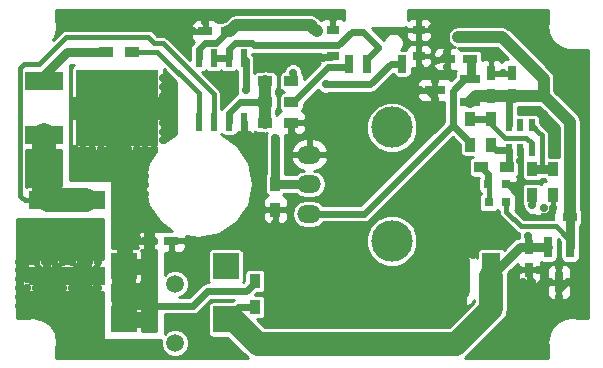
<source format=gbr>
G04 #@! TF.FileFunction,Copper,L1,Top,Signal*
%FSLAX46Y46*%
G04 Gerber Fmt 4.6, Leading zero omitted, Abs format (unit mm)*
G04 Created by KiCad (PCBNEW 0.201511300701+6336~38~ubuntu14.04.1-stable) date Wed 02 Dec 2015 03:53:32 PM EET*
%MOMM*%
G01*
G04 APERTURE LIST*
%ADD10C,0.100000*%
%ADD11R,0.797560X0.797560*%
%ADD12R,1.524000X4.000000*%
%ADD13O,1.524000X4.000000*%
%ADD14O,2.000000X1.500000*%
%ADD15C,3.500000*%
%ADD16R,1.200000X0.750000*%
%ADD17R,1.800860X0.800100*%
%ADD18R,0.750000X1.200000*%
%ADD19R,0.800100X1.800860*%
%ADD20R,3.200400X1.600200*%
%ADD21R,7.000240X6.499860*%
%ADD22R,2.200000X2.200000*%
%ADD23C,1.500000*%
%ADD24R,1.200000X0.900000*%
%ADD25R,0.900000X1.200000*%
%ADD26R,0.600000X1.550000*%
%ADD27R,3.175000X1.600200*%
%ADD28R,0.700000X1.500000*%
%ADD29R,1.000000X0.800000*%
%ADD30R,0.599440X1.000760*%
%ADD31C,0.700000*%
%ADD32C,0.400000*%
%ADD33C,0.600000*%
%ADD34C,1.000000*%
%ADD35C,0.800000*%
%ADD36C,0.250000*%
%ADD37C,2.000000*%
%ADD38C,0.254000*%
G04 APERTURE END LIST*
D10*
D11*
X150250700Y-85200000D03*
X151749300Y-85200000D03*
D12*
X150520000Y-93000000D03*
D13*
X147980000Y-93000000D03*
D14*
X135100000Y-82700000D03*
X135100000Y-85200000D03*
X135100000Y-87700000D03*
D15*
X142100000Y-80400000D03*
X142100000Y-90000000D03*
D16*
X148723662Y-74612874D03*
X146823662Y-74612874D03*
D17*
X148751140Y-78200000D03*
X148751140Y-76300000D03*
X145748860Y-77250000D03*
D18*
X150500000Y-77700000D03*
X150500000Y-75800000D03*
D16*
X157200000Y-88000000D03*
X155300000Y-88000000D03*
D18*
X153750000Y-90550000D03*
X153750000Y-92450000D03*
D19*
X157200000Y-90498860D03*
X155300000Y-90498860D03*
X156250000Y-93501140D03*
D20*
X112625800Y-76448760D03*
X112625800Y-81051240D03*
D21*
X118874200Y-78750000D03*
D22*
X128050000Y-96650000D03*
X128050000Y-92150000D03*
X119450000Y-92150000D03*
X119450000Y-96650000D03*
D23*
X123750000Y-98650000D03*
X123750000Y-93650000D03*
D11*
X151799300Y-86750000D03*
X150300700Y-86750000D03*
D24*
X131400000Y-80000000D03*
X133600000Y-80000000D03*
D25*
X132250000Y-85150000D03*
X132250000Y-87350000D03*
D24*
X131400000Y-78250000D03*
X133600000Y-78250000D03*
X120100000Y-74000000D03*
X117900000Y-74000000D03*
D16*
X128200000Y-72250000D03*
X126300000Y-72250000D03*
D26*
X125745000Y-79900000D03*
X127015000Y-79900000D03*
X128285000Y-79900000D03*
X129555000Y-79900000D03*
X129555000Y-74500000D03*
X128285000Y-74500000D03*
X127015000Y-74500000D03*
X125745000Y-74500000D03*
D16*
X121550000Y-90000000D03*
X123450000Y-90000000D03*
D27*
X116250000Y-86562300D03*
X116250000Y-92937700D03*
X113000000Y-86562300D03*
X113000000Y-92937700D03*
D24*
X131400000Y-76500000D03*
X133600000Y-76500000D03*
D25*
X154000000Y-86100000D03*
X154000000Y-83900000D03*
X155750000Y-83900000D03*
X155750000Y-86100000D03*
X148750000Y-81850000D03*
X148750000Y-79650000D03*
X150500000Y-79650000D03*
X150500000Y-81850000D03*
D24*
X151850000Y-83750000D03*
X149650000Y-83750000D03*
D28*
X143000000Y-75000000D03*
X140000000Y-75000000D03*
X138500000Y-75000000D03*
D29*
X144400000Y-72150000D03*
X137100000Y-72150000D03*
X137100000Y-74350000D03*
X144400000Y-74350000D03*
D30*
X152047500Y-82306640D03*
X153952500Y-82306640D03*
X153000000Y-82306640D03*
X153952500Y-80193360D03*
X152047500Y-80193360D03*
X153000000Y-80193360D03*
D18*
X152250000Y-77700000D03*
X152250000Y-75800000D03*
D25*
X130500000Y-95600000D03*
X130500000Y-93400000D03*
D31*
X135750000Y-72250010D03*
X147750000Y-72750000D03*
X154950000Y-77700000D03*
X155000000Y-79249990D03*
X145500000Y-72000000D03*
X136241549Y-74500382D03*
X144500000Y-75250000D03*
X153000000Y-83250008D03*
X125250000Y-72250000D03*
X126250000Y-71500000D03*
X146769477Y-74019477D03*
X145753704Y-74763719D03*
X124750000Y-90000000D03*
X128250000Y-76250000D03*
X145750000Y-96000000D03*
X145750000Y-95000000D03*
X145750000Y-94000000D03*
X145750000Y-93000000D03*
X145750000Y-92000000D03*
X145750000Y-91000000D03*
X145750000Y-90000000D03*
X146750000Y-90000000D03*
X146750000Y-96000000D03*
X148000000Y-95500000D03*
X146750000Y-95000000D03*
X146750000Y-94000000D03*
X149000000Y-91000000D03*
X148000000Y-90500000D03*
X146750000Y-91000000D03*
X146750000Y-92000000D03*
X146750000Y-93000000D03*
X117250000Y-95500000D03*
X116500000Y-95500000D03*
X115750000Y-95500000D03*
X115000000Y-95500000D03*
X114250000Y-95500000D03*
X113500000Y-95500000D03*
X112750000Y-95500000D03*
X112000000Y-95500000D03*
X111250000Y-95500000D03*
X110500000Y-95500000D03*
X110500000Y-94750000D03*
X111250000Y-94750000D03*
X112000000Y-94750000D03*
X112750000Y-94750000D03*
X113500000Y-94750000D03*
X114250000Y-94750000D03*
X115000000Y-94750000D03*
X115750000Y-94750000D03*
X116500000Y-94750000D03*
X117250000Y-94750000D03*
X132250000Y-88500000D03*
X117250000Y-94000000D03*
X116500000Y-94000000D03*
X115750000Y-94000000D03*
X115000000Y-94000000D03*
X114250000Y-94000000D03*
X113500000Y-94000000D03*
X112750000Y-94000000D03*
X112000000Y-94000000D03*
X110500000Y-94000000D03*
X111250000Y-94000000D03*
X111250000Y-93250000D03*
X110500000Y-93250000D03*
X111227302Y-92477302D03*
X110500000Y-92500000D03*
X117250000Y-91750000D03*
X116500000Y-91750000D03*
X115750000Y-91750000D03*
X115000000Y-91750000D03*
X114250000Y-91750000D03*
X113500000Y-91750000D03*
X112750000Y-91750000D03*
X112000000Y-91750000D03*
X111250000Y-91750000D03*
X110500000Y-91750000D03*
X132500000Y-75000000D03*
X151500000Y-75750000D03*
X146750000Y-75250000D03*
X145750000Y-78000000D03*
X144500000Y-77250000D03*
X145750000Y-76500000D03*
X156250000Y-92250000D03*
X157000000Y-93500000D03*
X156250000Y-94750000D03*
X155500000Y-93500000D03*
X154500000Y-92500000D03*
X154000000Y-93500000D03*
X153250000Y-93500000D03*
X153000000Y-92500000D03*
X152500000Y-85750000D03*
X155000000Y-87250000D03*
X155750000Y-87250000D03*
X133750000Y-81000000D03*
X130000000Y-81000000D03*
X129250000Y-81000000D03*
X153635174Y-89575137D03*
X154000000Y-87000000D03*
X122750000Y-76250000D03*
X123500000Y-77000000D03*
X122750000Y-77000000D03*
X122750000Y-77750000D03*
X123500000Y-77750000D03*
X123500000Y-78500000D03*
X122750000Y-78500000D03*
X122750000Y-79250000D03*
X123500000Y-79250000D03*
X123500000Y-80000000D03*
X122750000Y-80000000D03*
X122750000Y-80750000D03*
X123500000Y-80750000D03*
X122750000Y-81500000D03*
X122000000Y-82250000D03*
X119000000Y-82250000D03*
X118250000Y-82250000D03*
X117500000Y-82250000D03*
X116750000Y-82250000D03*
X116000000Y-82250000D03*
X115250000Y-82250000D03*
X115250000Y-83000000D03*
X116000000Y-83000000D03*
X116750000Y-83000000D03*
X117500000Y-83000000D03*
X118250000Y-83000000D03*
X119000000Y-83000000D03*
X119000000Y-83750000D03*
X118250000Y-83750000D03*
X117500000Y-83750000D03*
X116750000Y-83750000D03*
X116000000Y-83750000D03*
X115250000Y-83750000D03*
X119750000Y-82250000D03*
X119750000Y-83000000D03*
X119750000Y-83750000D03*
X120500000Y-83750000D03*
X120500000Y-83000000D03*
X120500000Y-82250000D03*
X121250000Y-82250000D03*
X121250000Y-83000000D03*
X121250000Y-83750000D03*
X120500000Y-89750000D03*
X119750000Y-89750000D03*
X119000000Y-89750000D03*
X121250000Y-89000000D03*
X120500000Y-89000000D03*
X119750000Y-89000000D03*
X119000000Y-89000000D03*
X119000000Y-88250000D03*
X119750000Y-88250000D03*
X120500000Y-88250000D03*
X121250000Y-88250000D03*
X121250000Y-87500000D03*
X120500000Y-87500000D03*
X119750000Y-87500000D03*
X119000000Y-87500000D03*
X119000000Y-86750000D03*
X119750000Y-86750000D03*
X120500000Y-86750000D03*
X121250000Y-86750000D03*
X121250000Y-86000000D03*
X120500000Y-86000000D03*
X119750000Y-86000000D03*
X119000000Y-86000000D03*
X119000000Y-85250000D03*
X119750000Y-85250000D03*
X120500000Y-85250000D03*
X121250000Y-85250000D03*
X121250000Y-84500000D03*
X120500000Y-84500000D03*
X119750000Y-84500000D03*
X119000000Y-84500000D03*
X118250000Y-84500000D03*
X117500000Y-84500000D03*
X116750000Y-84500000D03*
X115999079Y-84500000D03*
X115250000Y-84500000D03*
X132250000Y-81249990D03*
X129750000Y-77250000D03*
X133750000Y-75750000D03*
X136499982Y-76750000D03*
D32*
X151799300Y-86750000D02*
X151799300Y-87548780D01*
X151799300Y-87548780D02*
X153025521Y-88775001D01*
X153025521Y-88775001D02*
X155976521Y-88775001D01*
X155976521Y-88775001D02*
X157200000Y-89998480D01*
X157200000Y-89998480D02*
X157200000Y-90498860D01*
D33*
X125745000Y-74500000D02*
X125750000Y-74495000D01*
X125750000Y-74495000D02*
X125750000Y-73789998D01*
X125750000Y-73789998D02*
X126314999Y-73224999D01*
X126314999Y-73224999D02*
X127225001Y-73224999D01*
X127225001Y-73224999D02*
X128200000Y-72250000D01*
D34*
X128200000Y-72250000D02*
X128425000Y-72250000D01*
X128425000Y-72250000D02*
X128925000Y-71750000D01*
X128925000Y-71750000D02*
X135249990Y-71750000D01*
X135249990Y-71750000D02*
X135450001Y-71950011D01*
X135450001Y-71950011D02*
X135750000Y-72250010D01*
X151435002Y-72750000D02*
X147750000Y-72750000D01*
X154950000Y-77700000D02*
X154950000Y-76264998D01*
X154950000Y-76264998D02*
X151435002Y-72750000D01*
X157200000Y-88000000D02*
X157200000Y-79950000D01*
X157200000Y-79950000D02*
X154950000Y-77700000D01*
X154950000Y-77700000D02*
X152250000Y-77700000D01*
X150500000Y-77700000D02*
X149251140Y-77700000D01*
X149251140Y-77700000D02*
X148751140Y-78200000D01*
X152250000Y-77700000D02*
X150500000Y-77700000D01*
D33*
X152047500Y-80193360D02*
X152047500Y-77902500D01*
X152047500Y-77902500D02*
X152250000Y-77700000D01*
D35*
X157200000Y-90498860D02*
X157200000Y-88000000D01*
D32*
X144400000Y-72150000D02*
X145350000Y-72150000D01*
X145350000Y-72150000D02*
X145500000Y-72000000D01*
X136949618Y-74500382D02*
X136665813Y-74500382D01*
X136665813Y-74500382D02*
X136241549Y-74500382D01*
X137100000Y-74350000D02*
X136949618Y-74500382D01*
X144400000Y-74350000D02*
X144400000Y-75150000D01*
X144400000Y-75150000D02*
X144500000Y-75250000D01*
D36*
X152500000Y-85750000D02*
X152299300Y-85750000D01*
X152299300Y-85750000D02*
X151749300Y-85200000D01*
D32*
X153000000Y-82306640D02*
X153000000Y-83250008D01*
D36*
X126300000Y-72250000D02*
X125250000Y-72250000D01*
X126300000Y-72250000D02*
X126300000Y-71550000D01*
X126300000Y-71550000D02*
X126250000Y-71500000D01*
D32*
X146769477Y-74019477D02*
X146025235Y-74763719D01*
X146025235Y-74763719D02*
X145753704Y-74763719D01*
X123450000Y-90000000D02*
X124750000Y-90000000D01*
D34*
X145750000Y-95000000D02*
X145750000Y-96000000D01*
X145750000Y-93000000D02*
X145750000Y-94000000D01*
X145750000Y-91000000D02*
X145750000Y-92000000D01*
X146750000Y-90000000D02*
X145750000Y-90000000D01*
X146750000Y-93000000D02*
X146750000Y-92000000D01*
X146750000Y-94000000D02*
X146750000Y-93000000D01*
X146750000Y-95000000D02*
X147500000Y-95000000D01*
X147500000Y-95000000D02*
X148000000Y-95500000D01*
X146750000Y-91000000D02*
X147500000Y-91000000D01*
X147500000Y-91000000D02*
X148000000Y-90500000D01*
X148000000Y-90500000D02*
X148000000Y-92980000D01*
X148000000Y-92980000D02*
X147980000Y-93000000D01*
X148000000Y-95500000D02*
X148000000Y-93020000D01*
X148000000Y-93020000D02*
X147980000Y-93000000D01*
X146750000Y-94000000D02*
X146980000Y-94000000D01*
X146980000Y-94000000D02*
X147980000Y-93000000D01*
X146750000Y-92000000D02*
X146980000Y-92000000D01*
X146980000Y-92000000D02*
X147980000Y-93000000D01*
X146750000Y-95000000D02*
X146750000Y-96000000D01*
X146750000Y-94000000D02*
X146750000Y-95000000D01*
X148000000Y-90500000D02*
X148500000Y-90500000D01*
X148500000Y-90500000D02*
X149000000Y-91000000D01*
X146750000Y-92000000D02*
X146750000Y-91000000D01*
X147980000Y-93000000D02*
X146750000Y-93000000D01*
D32*
X115750000Y-95500000D02*
X116500000Y-95500000D01*
X114250000Y-95500000D02*
X115000000Y-95500000D01*
X112750000Y-95500000D02*
X113500000Y-95500000D01*
X111250000Y-95500000D02*
X112000000Y-95500000D01*
X110500000Y-94750000D02*
X110500000Y-95500000D01*
X112000000Y-94750000D02*
X111250000Y-94750000D01*
X113500000Y-94750000D02*
X112750000Y-94750000D01*
X115000000Y-94750000D02*
X114250000Y-94750000D01*
X116500000Y-94750000D02*
X115750000Y-94750000D01*
X117250000Y-94000000D02*
X117250000Y-94750000D01*
X132250000Y-87350000D02*
X132250000Y-88500000D01*
X114250000Y-94000000D02*
X114062300Y-94000000D01*
X114062300Y-94000000D02*
X113000000Y-92937700D01*
X115000000Y-94000000D02*
X115187700Y-94000000D01*
X115187700Y-94000000D02*
X116250000Y-92937700D01*
X115750000Y-94000000D02*
X115750000Y-93437700D01*
X115750000Y-93437700D02*
X116250000Y-92937700D01*
X116500000Y-94000000D02*
X116500000Y-93187700D01*
X116500000Y-93187700D02*
X116250000Y-92937700D01*
X117250000Y-94000000D02*
X117250000Y-93937700D01*
X117250000Y-93937700D02*
X116250000Y-92937700D01*
X117250000Y-91750000D02*
X117250000Y-91937700D01*
X117250000Y-91937700D02*
X116250000Y-92937700D01*
X116500000Y-91750000D02*
X116500000Y-92687700D01*
X116500000Y-92687700D02*
X116250000Y-92937700D01*
X115750000Y-91750000D02*
X115750000Y-92437700D01*
X115750000Y-92437700D02*
X116250000Y-92937700D01*
X115000000Y-91750000D02*
X115062300Y-91750000D01*
X115062300Y-91750000D02*
X116250000Y-92937700D01*
X114250000Y-91750000D02*
X114187700Y-91750000D01*
X114187700Y-91750000D02*
X113000000Y-92937700D01*
X113500000Y-91750000D02*
X113500000Y-92437700D01*
X113500000Y-92437700D02*
X113000000Y-92937700D01*
X112750000Y-91750000D02*
X112750000Y-92687700D01*
X112750000Y-92687700D02*
X113000000Y-92937700D01*
X112000000Y-91750000D02*
X112000000Y-91937700D01*
X112000000Y-91937700D02*
X113000000Y-92937700D01*
X111250000Y-93250000D02*
X112687700Y-93250000D01*
X112687700Y-93250000D02*
X113000000Y-92937700D01*
X112000000Y-94000000D02*
X112000000Y-93937700D01*
X112000000Y-93937700D02*
X113000000Y-92937700D01*
X112750000Y-94000000D02*
X112750000Y-93187700D01*
X112750000Y-93187700D02*
X113000000Y-92937700D01*
X113500000Y-94000000D02*
X113500000Y-93437700D01*
X113500000Y-93437700D02*
X113000000Y-92937700D01*
X116500000Y-94000000D02*
X117250000Y-94000000D01*
X115000000Y-94000000D02*
X115750000Y-94000000D01*
X113500000Y-94000000D02*
X114250000Y-94000000D01*
X112000000Y-94000000D02*
X112750000Y-94000000D01*
X111250000Y-94000000D02*
X110500000Y-94000000D01*
X110500000Y-93250000D02*
X111250000Y-93250000D01*
X111687700Y-92937700D02*
X111227302Y-92477302D01*
X111227302Y-92477302D02*
X110500000Y-91750000D01*
X110500000Y-91750000D02*
X110500000Y-92500000D01*
X115750000Y-91750000D02*
X116500000Y-91750000D01*
X114250000Y-91750000D02*
X115000000Y-91750000D01*
X112750000Y-91750000D02*
X113500000Y-91750000D01*
X111250000Y-91750000D02*
X112000000Y-91750000D01*
X113000000Y-92937700D02*
X111687700Y-92937700D01*
X155750000Y-86100000D02*
X155750000Y-87550000D01*
X155750000Y-87550000D02*
X155300000Y-88000000D01*
X150500000Y-75800000D02*
X151450000Y-75800000D01*
X151450000Y-75800000D02*
X151500000Y-75750000D01*
X146823662Y-74612874D02*
X146823662Y-75176338D01*
X146823662Y-75176338D02*
X146750000Y-75250000D01*
X144500000Y-77250000D02*
X145000000Y-77250000D01*
X145000000Y-77250000D02*
X145750000Y-78000000D01*
X145748860Y-77250000D02*
X145748860Y-76501140D01*
X145748860Y-76501140D02*
X145750000Y-76500000D01*
X156250000Y-94750000D02*
X156250000Y-94250000D01*
X156250000Y-94250000D02*
X157000000Y-93500000D01*
X156250000Y-93501140D02*
X155501140Y-93501140D01*
X155501140Y-93501140D02*
X155500000Y-93500000D01*
X153250000Y-93500000D02*
X154000000Y-93500000D01*
X153750000Y-92450000D02*
X153050000Y-92450000D01*
X153050000Y-92450000D02*
X153000000Y-92500000D01*
X155300000Y-88000000D02*
X155300000Y-87700000D01*
X155300000Y-87700000D02*
X155750000Y-87250000D01*
D33*
X133600000Y-80000000D02*
X133600000Y-80850000D01*
X133600000Y-80850000D02*
X133750000Y-81000000D01*
X129555000Y-79900000D02*
X129555000Y-80695000D01*
X129555000Y-80695000D02*
X129250000Y-81000000D01*
X130500000Y-95600000D02*
X129100000Y-95600000D01*
X129100000Y-95600000D02*
X128050000Y-96650000D01*
D37*
X150520000Y-93000000D02*
X150520000Y-95730000D01*
X150520000Y-95730000D02*
X147500000Y-98750000D01*
X147500000Y-98750000D02*
X130750000Y-98750000D01*
X130750000Y-98750000D02*
X128650000Y-96650000D01*
X128650000Y-96650000D02*
X128050000Y-96650000D01*
D33*
X153635174Y-89575137D02*
X153635174Y-90435174D01*
X153635174Y-90435174D02*
X153750000Y-90550000D01*
X154000000Y-86100000D02*
X154000000Y-87000000D01*
D35*
X153750000Y-90550000D02*
X155248860Y-90550000D01*
X155248860Y-90550000D02*
X155300000Y-90498860D01*
X153750000Y-90550000D02*
X152970000Y-90550000D01*
X152970000Y-90550000D02*
X150520000Y-93000000D01*
X112625800Y-75948760D02*
X114574560Y-74000000D01*
X114574560Y-74000000D02*
X117750000Y-74000000D01*
D32*
X125745000Y-79900000D02*
X125745000Y-77495000D01*
X125745000Y-77495000D02*
X122250000Y-74000000D01*
X122250000Y-74000000D02*
X120250000Y-74000000D01*
D33*
X130500000Y-93400000D02*
X130500000Y-93550000D01*
X130500000Y-93550000D02*
X129800000Y-94250000D01*
X129800000Y-94250000D02*
X126500000Y-94250000D01*
X126500000Y-94250000D02*
X125250000Y-95500000D01*
X125250000Y-95500000D02*
X119853551Y-95500000D01*
X119853551Y-95500000D02*
X119450000Y-95096449D01*
D37*
X119450000Y-96650000D02*
X119450000Y-95096449D01*
X119450000Y-95096449D02*
X119450000Y-92150000D01*
D36*
X122750000Y-76250000D02*
X122750000Y-77000000D01*
D32*
X122750000Y-77750000D02*
X122750000Y-77000000D01*
X123500000Y-78500000D02*
X123500000Y-77750000D01*
X122750000Y-79250000D02*
X122750000Y-78500000D01*
X123500000Y-80000000D02*
X123500000Y-79250000D01*
X122750000Y-80750000D02*
X122750000Y-80000000D01*
X122750000Y-81500000D02*
X123500000Y-80750000D01*
X121250000Y-82250000D02*
X122000000Y-82250000D01*
X117500000Y-82250000D02*
X118250000Y-82250000D01*
X116000000Y-82250000D02*
X116750000Y-82250000D01*
X115250000Y-83000000D02*
X115250000Y-82250000D01*
X116750000Y-83000000D02*
X116000000Y-83000000D01*
X118250000Y-83000000D02*
X117500000Y-83000000D01*
X119000000Y-83750000D02*
X119000000Y-83000000D01*
X117500000Y-83750000D02*
X118250000Y-83750000D01*
X116000000Y-83750000D02*
X116750000Y-83750000D01*
X119750000Y-83000000D02*
X119750000Y-82250000D01*
X120500000Y-83750000D02*
X119750000Y-83750000D01*
X120500000Y-82250000D02*
X120500000Y-83000000D01*
X121250000Y-83000000D02*
X121250000Y-82250000D01*
X121250000Y-84500000D02*
X121250000Y-83750000D01*
X119750000Y-89750000D02*
X120500000Y-89750000D01*
X119000000Y-89000000D02*
X119000000Y-89750000D01*
X119750000Y-89000000D02*
X120500000Y-89000000D01*
X119000000Y-88250000D02*
X119000000Y-89000000D01*
X120500000Y-88250000D02*
X119750000Y-88250000D01*
X121250000Y-87500000D02*
X121250000Y-88250000D01*
X119750000Y-87500000D02*
X120500000Y-87500000D01*
X119000000Y-86750000D02*
X119000000Y-87500000D01*
X120500000Y-86750000D02*
X119750000Y-86750000D01*
X121250000Y-86000000D02*
X121250000Y-86750000D01*
X119750000Y-86000000D02*
X120500000Y-86000000D01*
X119000000Y-85250000D02*
X119000000Y-86000000D01*
X120500000Y-85250000D02*
X119750000Y-85250000D01*
X121250000Y-84500000D02*
X121250000Y-85250000D01*
X119750000Y-84500000D02*
X120500000Y-84500000D01*
X118250000Y-84500000D02*
X119000000Y-84500000D01*
X116750000Y-84500000D02*
X117500000Y-84500000D01*
X116274130Y-84500000D02*
X115999079Y-84500000D01*
X118874200Y-78250000D02*
X118874200Y-81899930D01*
X118874200Y-81899930D02*
X116274130Y-84500000D01*
D37*
X119450000Y-78825800D02*
X118874200Y-78250000D01*
D33*
X147250710Y-80200710D02*
X139751420Y-87700000D01*
X139751420Y-87700000D02*
X135100000Y-87700000D01*
X148751140Y-76300000D02*
X148250760Y-76300000D01*
X148250760Y-76300000D02*
X147250710Y-77300050D01*
X148750000Y-81700000D02*
X148750000Y-81850000D01*
X147250710Y-77300050D02*
X147250710Y-80200710D01*
X147250710Y-80200710D02*
X148750000Y-81700000D01*
D35*
X148773662Y-76112874D02*
X148773662Y-74662874D01*
X148773662Y-74662874D02*
X148723662Y-74612874D01*
X132250000Y-85150000D02*
X132250000Y-81249990D01*
X135100000Y-85200000D02*
X132300000Y-85200000D01*
X132300000Y-85200000D02*
X132250000Y-85150000D01*
D33*
X129750000Y-77250000D02*
X129750000Y-74695000D01*
X129750000Y-74695000D02*
X129555000Y-74500000D01*
D34*
X131400000Y-78250000D02*
X131400000Y-76500000D01*
X131400000Y-80000000D02*
X131400000Y-78250000D01*
D33*
X129229998Y-78250000D02*
X131400000Y-78250000D01*
X128285000Y-79900000D02*
X128285000Y-79194998D01*
X128285000Y-79194998D02*
X129229998Y-78250000D01*
X128285000Y-79900000D02*
X128285000Y-79365000D01*
X138500000Y-75000000D02*
X138199617Y-75300383D01*
X138199617Y-75300383D02*
X136699617Y-75300383D01*
X136699617Y-75300383D02*
X133750000Y-78250000D01*
X133750000Y-78250000D02*
X133600000Y-78250000D01*
D32*
X133600000Y-78250000D02*
X133450000Y-78250000D01*
D33*
X133750000Y-75750000D02*
X133750000Y-76350000D01*
X133750000Y-76350000D02*
X133600000Y-76500000D01*
X143000000Y-75000000D02*
X142050000Y-75000000D01*
X142050000Y-75000000D02*
X140300000Y-76750000D01*
X140300000Y-76750000D02*
X136924246Y-76750000D01*
X136924246Y-76750000D02*
X136499982Y-76750000D01*
D32*
X153952500Y-80193360D02*
X154500000Y-80740860D01*
X154500000Y-80740860D02*
X154500000Y-80750000D01*
X154500000Y-80750000D02*
X154814566Y-81064566D01*
X154814566Y-81064566D02*
X154814566Y-83900000D01*
D35*
X154000000Y-83900000D02*
X154814566Y-83900000D01*
X154814566Y-83900000D02*
X155750000Y-83900000D01*
D33*
X153952500Y-83852500D02*
X154000000Y-83900000D01*
D32*
X150500000Y-79650000D02*
X150500000Y-80079998D01*
X153500000Y-81250000D02*
X153952500Y-81702500D01*
X150500000Y-80079998D02*
X151670002Y-81250000D01*
X151670002Y-81250000D02*
X153500000Y-81250000D01*
X153952500Y-81702500D02*
X153952500Y-82306640D01*
D33*
X148750000Y-79650000D02*
X150500000Y-79650000D01*
X152047500Y-82306640D02*
X150956640Y-82306640D01*
X150956640Y-82306640D02*
X150500000Y-81850000D01*
X152047500Y-82306640D02*
X152047500Y-83697500D01*
X152047500Y-83697500D02*
X152100000Y-83750000D01*
X140000000Y-75000000D02*
X140000000Y-74600000D01*
X140000000Y-74600000D02*
X140950000Y-73650000D01*
X139706001Y-72299999D02*
X138700001Y-72299999D01*
X140950000Y-73650000D02*
X140950000Y-73543998D01*
X140950000Y-73543998D02*
X139706001Y-72299999D01*
X138700001Y-72299999D02*
X137550001Y-73449999D01*
X130480001Y-73449999D02*
X130255001Y-73224999D01*
X128854999Y-73224999D02*
X128285000Y-73794998D01*
X137550001Y-73449999D02*
X130480001Y-73449999D01*
X130255001Y-73224999D02*
X128854999Y-73224999D01*
X128285000Y-73794998D02*
X128285000Y-74500000D01*
X127015000Y-74500000D02*
X128285000Y-74500000D01*
D32*
X127015000Y-79900000D02*
X127015000Y-77565002D01*
X127015000Y-77565002D02*
X122699998Y-73250000D01*
X111012500Y-86562300D02*
X113000000Y-86562300D01*
X122699998Y-73250000D02*
X121997521Y-73250000D01*
X110625599Y-86175399D02*
X111012500Y-86562300D01*
X121997521Y-73250000D02*
X121497521Y-72750000D01*
X121497521Y-72750000D02*
X114500000Y-72750000D01*
X114500000Y-72750000D02*
X112250000Y-75000000D01*
X111000000Y-75000000D02*
X110625599Y-75374401D01*
X112250000Y-75000000D02*
X111000000Y-75000000D01*
X110625599Y-75374401D02*
X110625599Y-86175399D01*
D37*
X112625800Y-81051240D02*
X112625800Y-86188100D01*
X112625800Y-86188100D02*
X113000000Y-86562300D01*
X113000000Y-86562300D02*
X116250000Y-86562300D01*
D32*
X150300700Y-86750000D02*
X150300700Y-85250000D01*
X150300700Y-85250000D02*
X150250700Y-85200000D01*
D33*
X150250700Y-85200000D02*
X150250700Y-84350700D01*
X150250700Y-84350700D02*
X149650000Y-83750000D01*
D38*
G36*
X112898800Y-80778240D02*
X112918800Y-80778240D01*
X112918800Y-81324240D01*
X112898800Y-81324240D01*
X112898800Y-82171590D01*
X113005550Y-82278340D01*
X114123000Y-82278340D01*
X114123000Y-85335200D01*
X113379750Y-85335200D01*
X113273000Y-85441950D01*
X113273000Y-86289300D01*
X115977000Y-86289300D01*
X115977000Y-86269300D01*
X116523000Y-86269300D01*
X116523000Y-86289300D01*
X116543000Y-86289300D01*
X116543000Y-86835300D01*
X116523000Y-86835300D01*
X116523000Y-86855300D01*
X115977000Y-86855300D01*
X115977000Y-86835300D01*
X113273000Y-86835300D01*
X113273000Y-86855300D01*
X112727000Y-86855300D01*
X112727000Y-86835300D01*
X112707000Y-86835300D01*
X112707000Y-86289300D01*
X112727000Y-86289300D01*
X112727000Y-85441950D01*
X112620250Y-85335200D01*
X111327564Y-85335200D01*
X111170624Y-85400207D01*
X111127000Y-85443831D01*
X111127000Y-82278340D01*
X112246050Y-82278340D01*
X112352800Y-82171590D01*
X112352800Y-81324240D01*
X112332800Y-81324240D01*
X112332800Y-80778240D01*
X112352800Y-80778240D01*
X112352800Y-80758240D01*
X112898800Y-80758240D01*
X112898800Y-80778240D01*
X112898800Y-80778240D01*
G37*
X112898800Y-80778240D02*
X112918800Y-80778240D01*
X112918800Y-81324240D01*
X112898800Y-81324240D01*
X112898800Y-82171590D01*
X113005550Y-82278340D01*
X114123000Y-82278340D01*
X114123000Y-85335200D01*
X113379750Y-85335200D01*
X113273000Y-85441950D01*
X113273000Y-86289300D01*
X115977000Y-86289300D01*
X115977000Y-86269300D01*
X116523000Y-86269300D01*
X116523000Y-86289300D01*
X116543000Y-86289300D01*
X116543000Y-86835300D01*
X116523000Y-86835300D01*
X116523000Y-86855300D01*
X115977000Y-86855300D01*
X115977000Y-86835300D01*
X113273000Y-86835300D01*
X113273000Y-86855300D01*
X112727000Y-86855300D01*
X112727000Y-86835300D01*
X112707000Y-86835300D01*
X112707000Y-86289300D01*
X112727000Y-86289300D01*
X112727000Y-85441950D01*
X112620250Y-85335200D01*
X111327564Y-85335200D01*
X111170624Y-85400207D01*
X111127000Y-85443831D01*
X111127000Y-82278340D01*
X112246050Y-82278340D01*
X112352800Y-82171590D01*
X112352800Y-81324240D01*
X112332800Y-81324240D01*
X112332800Y-80778240D01*
X112352800Y-80778240D01*
X112352800Y-80758240D01*
X112898800Y-80758240D01*
X112898800Y-80778240D01*
G36*
X115132204Y-75138077D02*
X115012087Y-75258194D01*
X114947080Y-75415135D01*
X114947080Y-77770250D01*
X115053830Y-77877000D01*
X118001200Y-77877000D01*
X118001200Y-77857000D01*
X119747200Y-77857000D01*
X119747200Y-77877000D01*
X122694570Y-77877000D01*
X122801320Y-77770250D01*
X122801320Y-75438032D01*
X123873000Y-76509712D01*
X123873000Y-80951150D01*
X122801320Y-81667223D01*
X122801320Y-79729750D01*
X122694570Y-79623000D01*
X119747200Y-79623000D01*
X119747200Y-82320180D01*
X119853950Y-82426930D01*
X122101952Y-82426930D01*
X121451907Y-83399791D01*
X121099698Y-85170467D01*
X121451907Y-86941143D01*
X122454915Y-88442250D01*
X123473729Y-89123000D01*
X122250000Y-89123000D01*
X122230258Y-89126998D01*
X122150000Y-89126998D01*
X122150000Y-89175379D01*
X122135444Y-89198000D01*
X121956750Y-89198000D01*
X121850000Y-89304750D01*
X121850000Y-89812500D01*
X122123000Y-89812500D01*
X122123000Y-90187500D01*
X121850000Y-90187500D01*
X121850000Y-90695250D01*
X121956750Y-90802000D01*
X122123000Y-90802000D01*
X122123000Y-97623000D01*
X120977000Y-97623000D01*
X120977000Y-97306750D01*
X120870250Y-97200000D01*
X120000000Y-97200000D01*
X120000000Y-97543000D01*
X118900000Y-97543000D01*
X118900000Y-97200000D01*
X118557000Y-97200000D01*
X118557000Y-96100000D01*
X118900000Y-96100000D01*
X118900000Y-95229750D01*
X120000000Y-95229750D01*
X120000000Y-96100000D01*
X120870250Y-96100000D01*
X120977000Y-95993250D01*
X120977000Y-95465064D01*
X120911993Y-95308124D01*
X120791876Y-95188007D01*
X120634935Y-95123000D01*
X120106750Y-95123000D01*
X120000000Y-95229750D01*
X118900000Y-95229750D01*
X118793250Y-95123000D01*
X118377000Y-95123000D01*
X118377000Y-93677000D01*
X118793250Y-93677000D01*
X118900000Y-93570250D01*
X118900000Y-92700000D01*
X120000000Y-92700000D01*
X120000000Y-93570250D01*
X120106750Y-93677000D01*
X120634935Y-93677000D01*
X120791876Y-93611993D01*
X120911993Y-93491876D01*
X120977000Y-93334936D01*
X120977000Y-92806750D01*
X120870250Y-92700000D01*
X120000000Y-92700000D01*
X118900000Y-92700000D01*
X118557000Y-92700000D01*
X118557000Y-91600000D01*
X118900000Y-91600000D01*
X118900000Y-90729750D01*
X120000000Y-90729750D01*
X120000000Y-91600000D01*
X120870250Y-91600000D01*
X120977000Y-91493250D01*
X120977000Y-90965064D01*
X120911993Y-90808124D01*
X120905869Y-90802000D01*
X121143250Y-90802000D01*
X121250000Y-90695250D01*
X121250000Y-90187500D01*
X120629750Y-90187500D01*
X120523000Y-90294250D01*
X120523000Y-90459936D01*
X120588007Y-90616876D01*
X120594131Y-90623000D01*
X120106750Y-90623000D01*
X120000000Y-90729750D01*
X118900000Y-90729750D01*
X118793250Y-90623000D01*
X118377000Y-90623000D01*
X118377000Y-89540064D01*
X120523000Y-89540064D01*
X120523000Y-89705750D01*
X120629750Y-89812500D01*
X121250000Y-89812500D01*
X121250000Y-89304750D01*
X121143250Y-89198000D01*
X120865065Y-89198000D01*
X120708124Y-89263007D01*
X120588007Y-89383124D01*
X120523000Y-89540064D01*
X118377000Y-89540064D01*
X118377000Y-85000000D01*
X118366994Y-84950590D01*
X118338553Y-84908965D01*
X118296159Y-84881685D01*
X118250000Y-84873000D01*
X114877000Y-84873000D01*
X114877000Y-79729750D01*
X114947080Y-79729750D01*
X114947080Y-82084865D01*
X115012087Y-82241806D01*
X115132204Y-82361923D01*
X115289144Y-82426930D01*
X117894450Y-82426930D01*
X118001200Y-82320180D01*
X118001200Y-79623000D01*
X115053830Y-79623000D01*
X114947080Y-79729750D01*
X114877000Y-79729750D01*
X114877000Y-75127000D01*
X115158946Y-75127000D01*
X115132204Y-75138077D01*
X115132204Y-75138077D01*
G37*
X115132204Y-75138077D02*
X115012087Y-75258194D01*
X114947080Y-75415135D01*
X114947080Y-77770250D01*
X115053830Y-77877000D01*
X118001200Y-77877000D01*
X118001200Y-77857000D01*
X119747200Y-77857000D01*
X119747200Y-77877000D01*
X122694570Y-77877000D01*
X122801320Y-77770250D01*
X122801320Y-75438032D01*
X123873000Y-76509712D01*
X123873000Y-80951150D01*
X122801320Y-81667223D01*
X122801320Y-79729750D01*
X122694570Y-79623000D01*
X119747200Y-79623000D01*
X119747200Y-82320180D01*
X119853950Y-82426930D01*
X122101952Y-82426930D01*
X121451907Y-83399791D01*
X121099698Y-85170467D01*
X121451907Y-86941143D01*
X122454915Y-88442250D01*
X123473729Y-89123000D01*
X122250000Y-89123000D01*
X122230258Y-89126998D01*
X122150000Y-89126998D01*
X122150000Y-89175379D01*
X122135444Y-89198000D01*
X121956750Y-89198000D01*
X121850000Y-89304750D01*
X121850000Y-89812500D01*
X122123000Y-89812500D01*
X122123000Y-90187500D01*
X121850000Y-90187500D01*
X121850000Y-90695250D01*
X121956750Y-90802000D01*
X122123000Y-90802000D01*
X122123000Y-97623000D01*
X120977000Y-97623000D01*
X120977000Y-97306750D01*
X120870250Y-97200000D01*
X120000000Y-97200000D01*
X120000000Y-97543000D01*
X118900000Y-97543000D01*
X118900000Y-97200000D01*
X118557000Y-97200000D01*
X118557000Y-96100000D01*
X118900000Y-96100000D01*
X118900000Y-95229750D01*
X120000000Y-95229750D01*
X120000000Y-96100000D01*
X120870250Y-96100000D01*
X120977000Y-95993250D01*
X120977000Y-95465064D01*
X120911993Y-95308124D01*
X120791876Y-95188007D01*
X120634935Y-95123000D01*
X120106750Y-95123000D01*
X120000000Y-95229750D01*
X118900000Y-95229750D01*
X118793250Y-95123000D01*
X118377000Y-95123000D01*
X118377000Y-93677000D01*
X118793250Y-93677000D01*
X118900000Y-93570250D01*
X118900000Y-92700000D01*
X120000000Y-92700000D01*
X120000000Y-93570250D01*
X120106750Y-93677000D01*
X120634935Y-93677000D01*
X120791876Y-93611993D01*
X120911993Y-93491876D01*
X120977000Y-93334936D01*
X120977000Y-92806750D01*
X120870250Y-92700000D01*
X120000000Y-92700000D01*
X118900000Y-92700000D01*
X118557000Y-92700000D01*
X118557000Y-91600000D01*
X118900000Y-91600000D01*
X118900000Y-90729750D01*
X120000000Y-90729750D01*
X120000000Y-91600000D01*
X120870250Y-91600000D01*
X120977000Y-91493250D01*
X120977000Y-90965064D01*
X120911993Y-90808124D01*
X120905869Y-90802000D01*
X121143250Y-90802000D01*
X121250000Y-90695250D01*
X121250000Y-90187500D01*
X120629750Y-90187500D01*
X120523000Y-90294250D01*
X120523000Y-90459936D01*
X120588007Y-90616876D01*
X120594131Y-90623000D01*
X120106750Y-90623000D01*
X120000000Y-90729750D01*
X118900000Y-90729750D01*
X118793250Y-90623000D01*
X118377000Y-90623000D01*
X118377000Y-89540064D01*
X120523000Y-89540064D01*
X120523000Y-89705750D01*
X120629750Y-89812500D01*
X121250000Y-89812500D01*
X121250000Y-89304750D01*
X121143250Y-89198000D01*
X120865065Y-89198000D01*
X120708124Y-89263007D01*
X120588007Y-89383124D01*
X120523000Y-89540064D01*
X118377000Y-89540064D01*
X118377000Y-85000000D01*
X118366994Y-84950590D01*
X118338553Y-84908965D01*
X118296159Y-84881685D01*
X118250000Y-84873000D01*
X114877000Y-84873000D01*
X114877000Y-79729750D01*
X114947080Y-79729750D01*
X114947080Y-82084865D01*
X115012087Y-82241806D01*
X115132204Y-82361923D01*
X115289144Y-82426930D01*
X117894450Y-82426930D01*
X118001200Y-82320180D01*
X118001200Y-79623000D01*
X115053830Y-79623000D01*
X114947080Y-79729750D01*
X114877000Y-79729750D01*
X114877000Y-75127000D01*
X115158946Y-75127000D01*
X115132204Y-75138077D01*
G36*
X117623000Y-91510600D02*
X116529750Y-91510600D01*
X116373000Y-91667350D01*
X116373000Y-92814700D01*
X116393000Y-92814700D01*
X116393000Y-93060700D01*
X116373000Y-93060700D01*
X116373000Y-94208050D01*
X116529750Y-94364800D01*
X117623000Y-94364800D01*
X117623000Y-98250000D01*
X117633006Y-98299410D01*
X117661447Y-98341035D01*
X117703841Y-98368315D01*
X117750000Y-98377000D01*
X122588923Y-98377000D01*
X122573205Y-98414853D01*
X122572796Y-98883093D01*
X122751606Y-99315846D01*
X123082412Y-99647230D01*
X123514853Y-99826795D01*
X123983093Y-99827204D01*
X124415846Y-99648394D01*
X124747230Y-99317588D01*
X124926795Y-98885147D01*
X124927204Y-98416907D01*
X124748394Y-97984154D01*
X124417588Y-97652770D01*
X123985147Y-97473205D01*
X123516907Y-97472796D01*
X123084154Y-97651606D01*
X122877000Y-97858399D01*
X122877000Y-96227000D01*
X125249995Y-96227000D01*
X125250000Y-96227001D01*
X125482052Y-96180842D01*
X125528211Y-96171660D01*
X125764067Y-96014067D01*
X126801134Y-94977000D01*
X128748964Y-94977000D01*
X128585933Y-95085933D01*
X128585931Y-95085936D01*
X128557232Y-95114635D01*
X126950000Y-95114635D01*
X126791763Y-95144409D01*
X126646433Y-95237927D01*
X126548936Y-95380619D01*
X126514635Y-95550000D01*
X126514635Y-97750000D01*
X126544409Y-97908237D01*
X126637927Y-98053567D01*
X126780619Y-98151064D01*
X126950000Y-98185365D01*
X128167283Y-98185365D01*
X129740958Y-99759041D01*
X129942140Y-99893467D01*
X113703698Y-99893467D01*
X113703698Y-99047683D01*
X113764130Y-98743871D01*
X113764130Y-98670203D01*
X113770226Y-98596792D01*
X113700629Y-97986211D01*
X113686867Y-97943224D01*
X113675838Y-97908775D01*
X113643881Y-97808957D01*
X113643878Y-97808954D01*
X113345921Y-97271488D01*
X113263594Y-97174249D01*
X113225661Y-97129445D01*
X112744703Y-96746911D01*
X112744702Y-96746910D01*
X112659524Y-96703046D01*
X112579239Y-96661701D01*
X112579236Y-96661701D01*
X111988507Y-96492344D01*
X111988501Y-96492341D01*
X111888060Y-96484000D01*
X111803022Y-96476938D01*
X111803017Y-96476940D01*
X111219367Y-96543467D01*
X110353698Y-96543467D01*
X110353698Y-93217450D01*
X110785500Y-93217450D01*
X110785500Y-93862518D01*
X110880955Y-94092967D01*
X111057333Y-94269345D01*
X111287782Y-94364800D01*
X112720250Y-94364800D01*
X112877000Y-94208050D01*
X112877000Y-93060700D01*
X113123000Y-93060700D01*
X113123000Y-94208050D01*
X113279750Y-94364800D01*
X115970250Y-94364800D01*
X116127000Y-94208050D01*
X116127000Y-93060700D01*
X113123000Y-93060700D01*
X112877000Y-93060700D01*
X110942250Y-93060700D01*
X110785500Y-93217450D01*
X110353698Y-93217450D01*
X110353698Y-92012882D01*
X110785500Y-92012882D01*
X110785500Y-92657950D01*
X110942250Y-92814700D01*
X112877000Y-92814700D01*
X112877000Y-91667350D01*
X113123000Y-91667350D01*
X113123000Y-92814700D01*
X116127000Y-92814700D01*
X116127000Y-91667350D01*
X115970250Y-91510600D01*
X113279750Y-91510600D01*
X113123000Y-91667350D01*
X112877000Y-91667350D01*
X112720250Y-91510600D01*
X111287782Y-91510600D01*
X111057333Y-91606055D01*
X110880955Y-91782433D01*
X110785500Y-92012882D01*
X110353698Y-92012882D01*
X110353698Y-88127000D01*
X117623000Y-88127000D01*
X117623000Y-91510600D01*
X117623000Y-91510600D01*
G37*
X117623000Y-91510600D02*
X116529750Y-91510600D01*
X116373000Y-91667350D01*
X116373000Y-92814700D01*
X116393000Y-92814700D01*
X116393000Y-93060700D01*
X116373000Y-93060700D01*
X116373000Y-94208050D01*
X116529750Y-94364800D01*
X117623000Y-94364800D01*
X117623000Y-98250000D01*
X117633006Y-98299410D01*
X117661447Y-98341035D01*
X117703841Y-98368315D01*
X117750000Y-98377000D01*
X122588923Y-98377000D01*
X122573205Y-98414853D01*
X122572796Y-98883093D01*
X122751606Y-99315846D01*
X123082412Y-99647230D01*
X123514853Y-99826795D01*
X123983093Y-99827204D01*
X124415846Y-99648394D01*
X124747230Y-99317588D01*
X124926795Y-98885147D01*
X124927204Y-98416907D01*
X124748394Y-97984154D01*
X124417588Y-97652770D01*
X123985147Y-97473205D01*
X123516907Y-97472796D01*
X123084154Y-97651606D01*
X122877000Y-97858399D01*
X122877000Y-96227000D01*
X125249995Y-96227000D01*
X125250000Y-96227001D01*
X125482052Y-96180842D01*
X125528211Y-96171660D01*
X125764067Y-96014067D01*
X126801134Y-94977000D01*
X128748964Y-94977000D01*
X128585933Y-95085933D01*
X128585931Y-95085936D01*
X128557232Y-95114635D01*
X126950000Y-95114635D01*
X126791763Y-95144409D01*
X126646433Y-95237927D01*
X126548936Y-95380619D01*
X126514635Y-95550000D01*
X126514635Y-97750000D01*
X126544409Y-97908237D01*
X126637927Y-98053567D01*
X126780619Y-98151064D01*
X126950000Y-98185365D01*
X128167283Y-98185365D01*
X129740958Y-99759041D01*
X129942140Y-99893467D01*
X113703698Y-99893467D01*
X113703698Y-99047683D01*
X113764130Y-98743871D01*
X113764130Y-98670203D01*
X113770226Y-98596792D01*
X113700629Y-97986211D01*
X113686867Y-97943224D01*
X113675838Y-97908775D01*
X113643881Y-97808957D01*
X113643878Y-97808954D01*
X113345921Y-97271488D01*
X113263594Y-97174249D01*
X113225661Y-97129445D01*
X112744703Y-96746911D01*
X112744702Y-96746910D01*
X112659524Y-96703046D01*
X112579239Y-96661701D01*
X112579236Y-96661701D01*
X111988507Y-96492344D01*
X111988501Y-96492341D01*
X111888060Y-96484000D01*
X111803022Y-96476938D01*
X111803017Y-96476940D01*
X111219367Y-96543467D01*
X110353698Y-96543467D01*
X110353698Y-93217450D01*
X110785500Y-93217450D01*
X110785500Y-93862518D01*
X110880955Y-94092967D01*
X111057333Y-94269345D01*
X111287782Y-94364800D01*
X112720250Y-94364800D01*
X112877000Y-94208050D01*
X112877000Y-93060700D01*
X113123000Y-93060700D01*
X113123000Y-94208050D01*
X113279750Y-94364800D01*
X115970250Y-94364800D01*
X116127000Y-94208050D01*
X116127000Y-93060700D01*
X113123000Y-93060700D01*
X112877000Y-93060700D01*
X110942250Y-93060700D01*
X110785500Y-93217450D01*
X110353698Y-93217450D01*
X110353698Y-92012882D01*
X110785500Y-92012882D01*
X110785500Y-92657950D01*
X110942250Y-92814700D01*
X112877000Y-92814700D01*
X112877000Y-91667350D01*
X113123000Y-91667350D01*
X113123000Y-92814700D01*
X116127000Y-92814700D01*
X116127000Y-91667350D01*
X115970250Y-91510600D01*
X113279750Y-91510600D01*
X113123000Y-91667350D01*
X112877000Y-91667350D01*
X112720250Y-91510600D01*
X111287782Y-91510600D01*
X111057333Y-91606055D01*
X110880955Y-91782433D01*
X110785500Y-92012882D01*
X110353698Y-92012882D01*
X110353698Y-88127000D01*
X117623000Y-88127000D01*
X117623000Y-91510600D01*
G36*
X155349698Y-71293251D02*
X155289266Y-71597063D01*
X155289266Y-71670731D01*
X155283170Y-71744142D01*
X155352767Y-72354723D01*
X155352767Y-72354724D01*
X155358570Y-72372849D01*
X155409515Y-72531977D01*
X155409518Y-72531980D01*
X155707473Y-73069443D01*
X155707474Y-73069445D01*
X155827735Y-73211489D01*
X156308693Y-73594023D01*
X156308694Y-73594024D01*
X156332797Y-73606436D01*
X156474158Y-73679234D01*
X156474164Y-73679235D01*
X157064894Y-73848592D01*
X157064895Y-73848593D01*
X157069026Y-73848936D01*
X157250374Y-73863996D01*
X157250379Y-73863994D01*
X157834029Y-73797467D01*
X158699698Y-73797467D01*
X158699698Y-96543467D01*
X157853914Y-96543467D01*
X157550102Y-96483035D01*
X157476434Y-96483035D01*
X157403023Y-96476939D01*
X156792442Y-96546536D01*
X156792441Y-96546536D01*
X156768319Y-96554259D01*
X156615188Y-96603284D01*
X156615185Y-96603287D01*
X156077722Y-96901242D01*
X156077720Y-96901243D01*
X155935676Y-97021504D01*
X155553142Y-97502462D01*
X155467932Y-97667926D01*
X155467932Y-97667928D01*
X155298575Y-98258658D01*
X155298572Y-98258664D01*
X155290231Y-98359105D01*
X155283169Y-98444143D01*
X155283171Y-98444148D01*
X155349698Y-99027798D01*
X155349698Y-99893467D01*
X148307859Y-99893467D01*
X148509041Y-99759041D01*
X151529041Y-96739041D01*
X151838376Y-96276089D01*
X151890495Y-96014067D01*
X151947000Y-95730000D01*
X151947000Y-93780890D01*
X155222950Y-93780890D01*
X155222950Y-94526288D01*
X155318405Y-94756737D01*
X155494783Y-94933115D01*
X155725232Y-95028570D01*
X155970250Y-95028570D01*
X156127000Y-94871820D01*
X156127000Y-93624140D01*
X156373000Y-93624140D01*
X156373000Y-94871820D01*
X156529750Y-95028570D01*
X156774768Y-95028570D01*
X157005217Y-94933115D01*
X157181595Y-94756737D01*
X157277050Y-94526288D01*
X157277050Y-93780890D01*
X157120300Y-93624140D01*
X156373000Y-93624140D01*
X156127000Y-93624140D01*
X155379700Y-93624140D01*
X155222950Y-93780890D01*
X151947000Y-93780890D01*
X151947000Y-93000000D01*
X151904287Y-92785267D01*
X151959804Y-92729750D01*
X152748000Y-92729750D01*
X152748000Y-93174718D01*
X152843455Y-93405167D01*
X153019833Y-93581545D01*
X153250282Y-93677000D01*
X153470250Y-93677000D01*
X153627000Y-93520250D01*
X153627000Y-92573000D01*
X153873000Y-92573000D01*
X153873000Y-93520250D01*
X154029750Y-93677000D01*
X154249718Y-93677000D01*
X154480167Y-93581545D01*
X154656545Y-93405167D01*
X154752000Y-93174718D01*
X154752000Y-92729750D01*
X154595250Y-92573000D01*
X153873000Y-92573000D01*
X153627000Y-92573000D01*
X152904750Y-92573000D01*
X152748000Y-92729750D01*
X151959804Y-92729750D01*
X152213562Y-92475992D01*
X155222950Y-92475992D01*
X155222950Y-93221390D01*
X155379700Y-93378140D01*
X156127000Y-93378140D01*
X156127000Y-92130460D01*
X156373000Y-92130460D01*
X156373000Y-93378140D01*
X157120300Y-93378140D01*
X157277050Y-93221390D01*
X157277050Y-92475992D01*
X157181595Y-92245543D01*
X157005217Y-92069165D01*
X156774768Y-91973710D01*
X156529750Y-91973710D01*
X156373000Y-92130460D01*
X156127000Y-92130460D01*
X155970250Y-91973710D01*
X155725232Y-91973710D01*
X155494783Y-92069165D01*
X155318405Y-92245543D01*
X155222950Y-92475992D01*
X152213562Y-92475992D01*
X152748000Y-91941554D01*
X152748000Y-92170250D01*
X152904750Y-92327000D01*
X153627000Y-92327000D01*
X153627000Y-92307000D01*
X153873000Y-92307000D01*
X153873000Y-92327000D01*
X154595250Y-92327000D01*
X154752000Y-92170250D01*
X154752000Y-91804694D01*
X154899950Y-91834655D01*
X155700050Y-91834655D01*
X155858287Y-91804881D01*
X156003617Y-91711363D01*
X156101114Y-91568671D01*
X156135415Y-91399290D01*
X156135415Y-89820607D01*
X156364585Y-90049777D01*
X156364585Y-91399290D01*
X156394359Y-91557527D01*
X156487877Y-91702857D01*
X156630569Y-91800354D01*
X156799950Y-91834655D01*
X157600050Y-91834655D01*
X157758287Y-91804881D01*
X157903617Y-91711363D01*
X158001114Y-91568671D01*
X158035415Y-91399290D01*
X158035415Y-89598430D01*
X158027000Y-89553708D01*
X158027000Y-88736343D01*
X158103567Y-88687073D01*
X158201064Y-88544381D01*
X158235365Y-88375000D01*
X158235365Y-87625000D01*
X158205591Y-87466763D01*
X158127000Y-87344630D01*
X158127000Y-79950000D01*
X158117054Y-79900000D01*
X158056437Y-79595253D01*
X157855488Y-79294512D01*
X155877000Y-77316024D01*
X155877000Y-76264998D01*
X155862223Y-76190710D01*
X155806437Y-75910251D01*
X155605488Y-75609510D01*
X152090490Y-72094512D01*
X151981652Y-72021789D01*
X151789750Y-71893564D01*
X151435002Y-71823000D01*
X147750000Y-71823000D01*
X147395252Y-71893564D01*
X147094512Y-72094512D01*
X146893564Y-72395252D01*
X146823000Y-72750000D01*
X146893564Y-73104748D01*
X147094512Y-73405488D01*
X147395252Y-73606436D01*
X147417563Y-73610874D01*
X147103412Y-73610874D01*
X146946662Y-73767624D01*
X146946662Y-74489874D01*
X146966662Y-74489874D01*
X146966662Y-74735874D01*
X146946662Y-74735874D01*
X146946662Y-75458124D01*
X147103412Y-75614874D01*
X147528697Y-75614874D01*
X147449646Y-75730569D01*
X147415345Y-75899950D01*
X147415345Y-76107282D01*
X147104339Y-76418287D01*
X147004457Y-76318405D01*
X146774008Y-76222950D01*
X146028610Y-76222950D01*
X145871860Y-76379700D01*
X145871860Y-77127000D01*
X145891860Y-77127000D01*
X145891860Y-77373000D01*
X145871860Y-77373000D01*
X145871860Y-78120300D01*
X146028610Y-78277050D01*
X146523710Y-78277050D01*
X146523710Y-79899577D01*
X139450286Y-86973000D01*
X136280558Y-86973000D01*
X136210222Y-86867735D01*
X135828375Y-86612594D01*
X135377957Y-86523000D01*
X134822043Y-86523000D01*
X134371625Y-86612594D01*
X133989778Y-86867735D01*
X133734637Y-87249582D01*
X133645043Y-87700000D01*
X133734637Y-88150418D01*
X133989778Y-88532265D01*
X134371625Y-88787406D01*
X134822043Y-88877000D01*
X135377957Y-88877000D01*
X135828375Y-88787406D01*
X136210222Y-88532265D01*
X136280558Y-88427000D01*
X139751415Y-88427000D01*
X139751420Y-88427001D01*
X139983472Y-88380842D01*
X140029631Y-88371660D01*
X140265487Y-88214067D01*
X147250710Y-81228843D01*
X147864635Y-81842768D01*
X147864635Y-82450000D01*
X147894409Y-82608237D01*
X147987927Y-82753567D01*
X148130619Y-82851064D01*
X148300000Y-82885365D01*
X148939828Y-82885365D01*
X148891763Y-82894409D01*
X148746433Y-82987927D01*
X148648936Y-83130619D01*
X148614635Y-83300000D01*
X148614635Y-84200000D01*
X148644409Y-84358237D01*
X148737927Y-84503567D01*
X148880619Y-84601064D01*
X149050000Y-84635365D01*
X149450142Y-84635365D01*
X149416555Y-84801220D01*
X149416555Y-85598780D01*
X149446329Y-85757017D01*
X149539847Y-85902347D01*
X149671332Y-85992186D01*
X149598353Y-86039147D01*
X149500856Y-86181839D01*
X149466555Y-86351220D01*
X149466555Y-87148780D01*
X149496329Y-87307017D01*
X149589847Y-87452347D01*
X149732539Y-87549844D01*
X149901920Y-87584145D01*
X150699480Y-87584145D01*
X150857717Y-87554371D01*
X151003047Y-87460853D01*
X151049846Y-87392360D01*
X151088447Y-87452347D01*
X151172300Y-87509641D01*
X151172300Y-87548780D01*
X151220028Y-87788723D01*
X151279013Y-87877000D01*
X151355944Y-87992136D01*
X152582165Y-89218357D01*
X152785578Y-89354273D01*
X152877933Y-89372644D01*
X152858309Y-89419904D01*
X152858040Y-89729014D01*
X152864247Y-89744036D01*
X152697852Y-89777134D01*
X152653521Y-89785952D01*
X152385223Y-89965223D01*
X151617542Y-90732904D01*
X151594073Y-90696433D01*
X151451381Y-90598936D01*
X151282000Y-90564635D01*
X149758000Y-90564635D01*
X149599763Y-90594409D01*
X149454433Y-90687927D01*
X149356936Y-90830619D01*
X149322635Y-91000000D01*
X149322635Y-91480552D01*
X149216199Y-91116816D01*
X148875198Y-90692855D01*
X148397911Y-90431661D01*
X148317919Y-90414732D01*
X148103000Y-90535904D01*
X148103000Y-92877000D01*
X148123000Y-92877000D01*
X148123000Y-93123000D01*
X148103000Y-93123000D01*
X148103000Y-95464096D01*
X148317919Y-95585268D01*
X148397911Y-95568339D01*
X148875198Y-95307145D01*
X149093000Y-95036355D01*
X149093000Y-95138918D01*
X146908918Y-97323000D01*
X131341083Y-97323000D01*
X130653447Y-96635365D01*
X130950000Y-96635365D01*
X131108237Y-96605591D01*
X131253567Y-96512073D01*
X131351064Y-96369381D01*
X131385365Y-96200000D01*
X131385365Y-95000000D01*
X131355591Y-94841763D01*
X131262073Y-94696433D01*
X131119381Y-94598936D01*
X130950000Y-94564635D01*
X130513499Y-94564635D01*
X130642769Y-94435365D01*
X130950000Y-94435365D01*
X131108237Y-94405591D01*
X131253567Y-94312073D01*
X131351064Y-94169381D01*
X131385365Y-94000000D01*
X131385365Y-93123000D01*
X146591000Y-93123000D01*
X146591000Y-94361000D01*
X146743801Y-94883184D01*
X147084802Y-95307145D01*
X147562089Y-95568339D01*
X147642081Y-95585268D01*
X147857000Y-95464096D01*
X147857000Y-93123000D01*
X146591000Y-93123000D01*
X131385365Y-93123000D01*
X131385365Y-92800000D01*
X131355591Y-92641763D01*
X131262073Y-92496433D01*
X131119381Y-92398936D01*
X130950000Y-92364635D01*
X130050000Y-92364635D01*
X129891763Y-92394409D01*
X129746433Y-92487927D01*
X129648936Y-92630619D01*
X129614635Y-92800000D01*
X129614635Y-93407231D01*
X129498866Y-93523000D01*
X129480264Y-93523000D01*
X129551064Y-93419381D01*
X129585365Y-93250000D01*
X129585365Y-91050000D01*
X129555591Y-90891763D01*
X129462073Y-90746433D01*
X129319381Y-90648936D01*
X129150000Y-90614635D01*
X126950000Y-90614635D01*
X126791763Y-90644409D01*
X126646433Y-90737927D01*
X126548936Y-90880619D01*
X126514635Y-91050000D01*
X126514635Y-93250000D01*
X126544409Y-93408237D01*
X126618258Y-93523000D01*
X126500005Y-93523000D01*
X126500000Y-93522999D01*
X126267948Y-93569158D01*
X126221789Y-93578340D01*
X126085434Y-93669449D01*
X125985933Y-93735933D01*
X124948866Y-94773000D01*
X124114277Y-94773000D01*
X124415846Y-94648394D01*
X124747230Y-94317588D01*
X124926795Y-93885147D01*
X124927204Y-93416907D01*
X124748394Y-92984154D01*
X124417588Y-92652770D01*
X123985147Y-92473205D01*
X123516907Y-92472796D01*
X123084154Y-92651606D01*
X122877000Y-92858399D01*
X122877000Y-91002000D01*
X123170250Y-91002000D01*
X123327000Y-90845250D01*
X123327000Y-90123000D01*
X123573000Y-90123000D01*
X123573000Y-90845250D01*
X123729750Y-91002000D01*
X124174718Y-91002000D01*
X124405167Y-90906545D01*
X124581545Y-90730167D01*
X124677000Y-90499718D01*
X124677000Y-90431132D01*
X139922623Y-90431132D01*
X140253353Y-91231560D01*
X140865218Y-91844495D01*
X141665068Y-92176621D01*
X142531132Y-92177377D01*
X143331560Y-91846647D01*
X143539570Y-91639000D01*
X146591000Y-91639000D01*
X146591000Y-92877000D01*
X147857000Y-92877000D01*
X147857000Y-90535904D01*
X147642081Y-90414732D01*
X147562089Y-90431661D01*
X147084802Y-90692855D01*
X146743801Y-91116816D01*
X146591000Y-91639000D01*
X143539570Y-91639000D01*
X143944495Y-91234782D01*
X144276621Y-90434932D01*
X144277377Y-89568868D01*
X143946647Y-88768440D01*
X143334782Y-88155505D01*
X142534932Y-87823379D01*
X141668868Y-87822623D01*
X140868440Y-88153353D01*
X140255505Y-88765218D01*
X139923379Y-89565068D01*
X139922623Y-90431132D01*
X124677000Y-90431132D01*
X124677000Y-90279750D01*
X124520250Y-90123000D01*
X123573000Y-90123000D01*
X123327000Y-90123000D01*
X123307000Y-90123000D01*
X123307000Y-89877000D01*
X124520250Y-89877000D01*
X124525392Y-89871858D01*
X124549410Y-89866994D01*
X124591035Y-89838553D01*
X124618315Y-89796159D01*
X124622307Y-89774943D01*
X124677000Y-89720250D01*
X124677000Y-89588669D01*
X125726698Y-89797467D01*
X127497374Y-89445258D01*
X128998481Y-88442250D01*
X129541376Y-87629750D01*
X131173000Y-87629750D01*
X131173000Y-88074718D01*
X131268455Y-88305167D01*
X131444833Y-88481545D01*
X131675282Y-88577000D01*
X131970250Y-88577000D01*
X132127000Y-88420250D01*
X132127000Y-87473000D01*
X132373000Y-87473000D01*
X132373000Y-88420250D01*
X132529750Y-88577000D01*
X132824718Y-88577000D01*
X133055167Y-88481545D01*
X133231545Y-88305167D01*
X133327000Y-88074718D01*
X133327000Y-87629750D01*
X133170250Y-87473000D01*
X132373000Y-87473000D01*
X132127000Y-87473000D01*
X131329750Y-87473000D01*
X131173000Y-87629750D01*
X129541376Y-87629750D01*
X130001489Y-86941143D01*
X130353698Y-85170467D01*
X130001489Y-83399791D01*
X128998481Y-81898684D01*
X127623454Y-80979920D01*
X127649381Y-80941975D01*
X127672927Y-80978567D01*
X127815619Y-81076064D01*
X127985000Y-81110365D01*
X128585000Y-81110365D01*
X128743237Y-81080591D01*
X128761882Y-81068594D01*
X128899833Y-81206545D01*
X129130282Y-81302000D01*
X129275250Y-81302000D01*
X129432000Y-81145250D01*
X129432000Y-80023000D01*
X129412000Y-80023000D01*
X129412000Y-79777000D01*
X129432000Y-79777000D01*
X129432000Y-79757000D01*
X129678000Y-79757000D01*
X129678000Y-79777000D01*
X129698000Y-79777000D01*
X129698000Y-80023000D01*
X129678000Y-80023000D01*
X129678000Y-81145250D01*
X129834750Y-81302000D01*
X129979718Y-81302000D01*
X130210167Y-81206545D01*
X130386545Y-81030167D01*
X130482000Y-80799718D01*
X130482000Y-80744356D01*
X130487927Y-80753567D01*
X130630619Y-80851064D01*
X130800000Y-80885365D01*
X131190687Y-80885365D01*
X131400000Y-80927000D01*
X131504144Y-80906284D01*
X131485952Y-80933511D01*
X131423000Y-81249990D01*
X131423000Y-84345400D01*
X131398936Y-84380619D01*
X131364635Y-84550000D01*
X131364635Y-85750000D01*
X131394409Y-85908237D01*
X131487927Y-86053567D01*
X131621905Y-86145110D01*
X131444833Y-86218455D01*
X131268455Y-86394833D01*
X131173000Y-86625282D01*
X131173000Y-87070250D01*
X131329750Y-87227000D01*
X132127000Y-87227000D01*
X132127000Y-87207000D01*
X132373000Y-87207000D01*
X132373000Y-87227000D01*
X133170250Y-87227000D01*
X133327000Y-87070250D01*
X133327000Y-86625282D01*
X133231545Y-86394833D01*
X133055167Y-86218455D01*
X132875923Y-86144210D01*
X133003567Y-86062073D01*
X133027531Y-86027000D01*
X133986260Y-86027000D01*
X133989778Y-86032265D01*
X134371625Y-86287406D01*
X134822043Y-86377000D01*
X135377957Y-86377000D01*
X135828375Y-86287406D01*
X136210222Y-86032265D01*
X136465363Y-85650418D01*
X136554957Y-85200000D01*
X136465363Y-84749582D01*
X136210222Y-84367735D01*
X135828375Y-84112594D01*
X135544278Y-84056083D01*
X135990592Y-83925112D01*
X136410660Y-83586712D01*
X136669252Y-83113318D01*
X136685369Y-83036035D01*
X136564035Y-82823000D01*
X135223000Y-82823000D01*
X135223000Y-82843000D01*
X134977000Y-82843000D01*
X134977000Y-82823000D01*
X133635965Y-82823000D01*
X133514631Y-83036035D01*
X133530748Y-83113318D01*
X133789340Y-83586712D01*
X134209408Y-83925112D01*
X134655722Y-84056083D01*
X134371625Y-84112594D01*
X133989778Y-84367735D01*
X133986260Y-84373000D01*
X133093517Y-84373000D01*
X133077000Y-84347332D01*
X133077000Y-82363965D01*
X133514631Y-82363965D01*
X133635965Y-82577000D01*
X134977000Y-82577000D01*
X134977000Y-81323000D01*
X135223000Y-81323000D01*
X135223000Y-82577000D01*
X136564035Y-82577000D01*
X136685369Y-82363965D01*
X136669252Y-82286682D01*
X136410660Y-81813288D01*
X135990592Y-81474888D01*
X135473000Y-81323000D01*
X135223000Y-81323000D01*
X134977000Y-81323000D01*
X134727000Y-81323000D01*
X134209408Y-81474888D01*
X133789340Y-81813288D01*
X133530748Y-82286682D01*
X133514631Y-82363965D01*
X133077000Y-82363965D01*
X133077000Y-81249990D01*
X133042590Y-81077000D01*
X133320250Y-81077000D01*
X133477000Y-80920250D01*
X133477000Y-80123000D01*
X133723000Y-80123000D01*
X133723000Y-80920250D01*
X133879750Y-81077000D01*
X134324718Y-81077000D01*
X134555167Y-80981545D01*
X134705580Y-80831132D01*
X139922623Y-80831132D01*
X140253353Y-81631560D01*
X140865218Y-82244495D01*
X141665068Y-82576621D01*
X142531132Y-82577377D01*
X143331560Y-82246647D01*
X143944495Y-81634782D01*
X144276621Y-80834932D01*
X144277377Y-79968868D01*
X143946647Y-79168440D01*
X143334782Y-78555505D01*
X142534932Y-78223379D01*
X141668868Y-78222623D01*
X140868440Y-78553353D01*
X140255505Y-79165218D01*
X139923379Y-79965068D01*
X139922623Y-80831132D01*
X134705580Y-80831132D01*
X134731545Y-80805167D01*
X134827000Y-80574718D01*
X134827000Y-80279750D01*
X134670250Y-80123000D01*
X133723000Y-80123000D01*
X133477000Y-80123000D01*
X133457000Y-80123000D01*
X133457000Y-79877000D01*
X133477000Y-79877000D01*
X133477000Y-79857000D01*
X133723000Y-79857000D01*
X133723000Y-79877000D01*
X134670250Y-79877000D01*
X134827000Y-79720250D01*
X134827000Y-79425282D01*
X134731545Y-79194833D01*
X134555167Y-79018455D01*
X134511551Y-79000389D01*
X134601064Y-78869381D01*
X134635365Y-78700000D01*
X134635365Y-78392769D01*
X135498384Y-77529750D01*
X144221430Y-77529750D01*
X144221430Y-77774768D01*
X144316885Y-78005217D01*
X144493263Y-78181595D01*
X144723712Y-78277050D01*
X145469110Y-78277050D01*
X145625860Y-78120300D01*
X145625860Y-77373000D01*
X144378180Y-77373000D01*
X144221430Y-77529750D01*
X135498384Y-77529750D01*
X135840213Y-77187921D01*
X135840890Y-77189560D01*
X136059272Y-77408324D01*
X136344749Y-77526865D01*
X136653859Y-77527134D01*
X136775192Y-77477000D01*
X140299995Y-77477000D01*
X140300000Y-77477001D01*
X140532052Y-77430842D01*
X140578211Y-77421660D01*
X140814067Y-77264067D01*
X141352901Y-76725232D01*
X144221430Y-76725232D01*
X144221430Y-76970250D01*
X144378180Y-77127000D01*
X145625860Y-77127000D01*
X145625860Y-76379700D01*
X145469110Y-76222950D01*
X144723712Y-76222950D01*
X144493263Y-76318405D01*
X144316885Y-76494783D01*
X144221430Y-76725232D01*
X141352901Y-76725232D01*
X142232609Y-75845524D01*
X142244409Y-75908237D01*
X142337927Y-76053567D01*
X142480619Y-76151064D01*
X142650000Y-76185365D01*
X143350000Y-76185365D01*
X143508237Y-76155591D01*
X143653567Y-76062073D01*
X143751064Y-75919381D01*
X143785365Y-75750000D01*
X143785365Y-75377000D01*
X144120250Y-75377000D01*
X144277000Y-75220250D01*
X144277000Y-74473000D01*
X144523000Y-74473000D01*
X144523000Y-75220250D01*
X144679750Y-75377000D01*
X145024718Y-75377000D01*
X145255167Y-75281545D01*
X145431545Y-75105167D01*
X145519583Y-74892624D01*
X145596662Y-74892624D01*
X145596662Y-75112592D01*
X145692117Y-75343041D01*
X145868495Y-75519419D01*
X146098944Y-75614874D01*
X146543912Y-75614874D01*
X146700662Y-75458124D01*
X146700662Y-74735874D01*
X145753412Y-74735874D01*
X145596662Y-74892624D01*
X145519583Y-74892624D01*
X145527000Y-74874718D01*
X145527000Y-74629750D01*
X145370250Y-74473000D01*
X144523000Y-74473000D01*
X144277000Y-74473000D01*
X144257000Y-74473000D01*
X144257000Y-74227000D01*
X144277000Y-74227000D01*
X144277000Y-73479750D01*
X144523000Y-73479750D01*
X144523000Y-74227000D01*
X145370250Y-74227000D01*
X145484094Y-74113156D01*
X145596662Y-74113156D01*
X145596662Y-74333124D01*
X145753412Y-74489874D01*
X146700662Y-74489874D01*
X146700662Y-73767624D01*
X146543912Y-73610874D01*
X146098944Y-73610874D01*
X145868495Y-73706329D01*
X145692117Y-73882707D01*
X145596662Y-74113156D01*
X145484094Y-74113156D01*
X145527000Y-74070250D01*
X145527000Y-73825282D01*
X145431545Y-73594833D01*
X145255167Y-73418455D01*
X145024718Y-73323000D01*
X144679750Y-73323000D01*
X144523000Y-73479750D01*
X144277000Y-73479750D01*
X144120250Y-73323000D01*
X143775282Y-73323000D01*
X143544833Y-73418455D01*
X143368455Y-73594833D01*
X143277410Y-73814635D01*
X142925727Y-73814635D01*
X142993051Y-73747429D01*
X143126847Y-73425211D01*
X143127151Y-73076319D01*
X142993918Y-72753869D01*
X142747429Y-72506949D01*
X142561513Y-72429750D01*
X143273000Y-72429750D01*
X143273000Y-72674718D01*
X143368455Y-72905167D01*
X143544833Y-73081545D01*
X143775282Y-73177000D01*
X144120250Y-73177000D01*
X144277000Y-73020250D01*
X144277000Y-72273000D01*
X144523000Y-72273000D01*
X144523000Y-73020250D01*
X144679750Y-73177000D01*
X145024718Y-73177000D01*
X145255167Y-73081545D01*
X145431545Y-72905167D01*
X145527000Y-72674718D01*
X145527000Y-72429750D01*
X145370250Y-72273000D01*
X144523000Y-72273000D01*
X144277000Y-72273000D01*
X143429750Y-72273000D01*
X143273000Y-72429750D01*
X142561513Y-72429750D01*
X142425211Y-72373153D01*
X142076319Y-72372849D01*
X141753869Y-72506082D01*
X141506949Y-72752571D01*
X141412989Y-72978854D01*
X140411136Y-71977000D01*
X143000000Y-71977000D01*
X143182540Y-71940691D01*
X143278993Y-71876243D01*
X143429750Y-72027000D01*
X144277000Y-72027000D01*
X144277000Y-71279750D01*
X144523000Y-71279750D01*
X144523000Y-72027000D01*
X145370250Y-72027000D01*
X145527000Y-71870250D01*
X145527000Y-71625282D01*
X145431545Y-71394833D01*
X145255167Y-71218455D01*
X145024718Y-71123000D01*
X144679750Y-71123000D01*
X144523000Y-71279750D01*
X144277000Y-71279750D01*
X144120250Y-71123000D01*
X143775282Y-71123000D01*
X143544833Y-71218455D01*
X143477000Y-71286288D01*
X143477000Y-70447467D01*
X155349698Y-70447467D01*
X155349698Y-71293251D01*
X155349698Y-71293251D01*
G37*
X155349698Y-71293251D02*
X155289266Y-71597063D01*
X155289266Y-71670731D01*
X155283170Y-71744142D01*
X155352767Y-72354723D01*
X155352767Y-72354724D01*
X155358570Y-72372849D01*
X155409515Y-72531977D01*
X155409518Y-72531980D01*
X155707473Y-73069443D01*
X155707474Y-73069445D01*
X155827735Y-73211489D01*
X156308693Y-73594023D01*
X156308694Y-73594024D01*
X156332797Y-73606436D01*
X156474158Y-73679234D01*
X156474164Y-73679235D01*
X157064894Y-73848592D01*
X157064895Y-73848593D01*
X157069026Y-73848936D01*
X157250374Y-73863996D01*
X157250379Y-73863994D01*
X157834029Y-73797467D01*
X158699698Y-73797467D01*
X158699698Y-96543467D01*
X157853914Y-96543467D01*
X157550102Y-96483035D01*
X157476434Y-96483035D01*
X157403023Y-96476939D01*
X156792442Y-96546536D01*
X156792441Y-96546536D01*
X156768319Y-96554259D01*
X156615188Y-96603284D01*
X156615185Y-96603287D01*
X156077722Y-96901242D01*
X156077720Y-96901243D01*
X155935676Y-97021504D01*
X155553142Y-97502462D01*
X155467932Y-97667926D01*
X155467932Y-97667928D01*
X155298575Y-98258658D01*
X155298572Y-98258664D01*
X155290231Y-98359105D01*
X155283169Y-98444143D01*
X155283171Y-98444148D01*
X155349698Y-99027798D01*
X155349698Y-99893467D01*
X148307859Y-99893467D01*
X148509041Y-99759041D01*
X151529041Y-96739041D01*
X151838376Y-96276089D01*
X151890495Y-96014067D01*
X151947000Y-95730000D01*
X151947000Y-93780890D01*
X155222950Y-93780890D01*
X155222950Y-94526288D01*
X155318405Y-94756737D01*
X155494783Y-94933115D01*
X155725232Y-95028570D01*
X155970250Y-95028570D01*
X156127000Y-94871820D01*
X156127000Y-93624140D01*
X156373000Y-93624140D01*
X156373000Y-94871820D01*
X156529750Y-95028570D01*
X156774768Y-95028570D01*
X157005217Y-94933115D01*
X157181595Y-94756737D01*
X157277050Y-94526288D01*
X157277050Y-93780890D01*
X157120300Y-93624140D01*
X156373000Y-93624140D01*
X156127000Y-93624140D01*
X155379700Y-93624140D01*
X155222950Y-93780890D01*
X151947000Y-93780890D01*
X151947000Y-93000000D01*
X151904287Y-92785267D01*
X151959804Y-92729750D01*
X152748000Y-92729750D01*
X152748000Y-93174718D01*
X152843455Y-93405167D01*
X153019833Y-93581545D01*
X153250282Y-93677000D01*
X153470250Y-93677000D01*
X153627000Y-93520250D01*
X153627000Y-92573000D01*
X153873000Y-92573000D01*
X153873000Y-93520250D01*
X154029750Y-93677000D01*
X154249718Y-93677000D01*
X154480167Y-93581545D01*
X154656545Y-93405167D01*
X154752000Y-93174718D01*
X154752000Y-92729750D01*
X154595250Y-92573000D01*
X153873000Y-92573000D01*
X153627000Y-92573000D01*
X152904750Y-92573000D01*
X152748000Y-92729750D01*
X151959804Y-92729750D01*
X152213562Y-92475992D01*
X155222950Y-92475992D01*
X155222950Y-93221390D01*
X155379700Y-93378140D01*
X156127000Y-93378140D01*
X156127000Y-92130460D01*
X156373000Y-92130460D01*
X156373000Y-93378140D01*
X157120300Y-93378140D01*
X157277050Y-93221390D01*
X157277050Y-92475992D01*
X157181595Y-92245543D01*
X157005217Y-92069165D01*
X156774768Y-91973710D01*
X156529750Y-91973710D01*
X156373000Y-92130460D01*
X156127000Y-92130460D01*
X155970250Y-91973710D01*
X155725232Y-91973710D01*
X155494783Y-92069165D01*
X155318405Y-92245543D01*
X155222950Y-92475992D01*
X152213562Y-92475992D01*
X152748000Y-91941554D01*
X152748000Y-92170250D01*
X152904750Y-92327000D01*
X153627000Y-92327000D01*
X153627000Y-92307000D01*
X153873000Y-92307000D01*
X153873000Y-92327000D01*
X154595250Y-92327000D01*
X154752000Y-92170250D01*
X154752000Y-91804694D01*
X154899950Y-91834655D01*
X155700050Y-91834655D01*
X155858287Y-91804881D01*
X156003617Y-91711363D01*
X156101114Y-91568671D01*
X156135415Y-91399290D01*
X156135415Y-89820607D01*
X156364585Y-90049777D01*
X156364585Y-91399290D01*
X156394359Y-91557527D01*
X156487877Y-91702857D01*
X156630569Y-91800354D01*
X156799950Y-91834655D01*
X157600050Y-91834655D01*
X157758287Y-91804881D01*
X157903617Y-91711363D01*
X158001114Y-91568671D01*
X158035415Y-91399290D01*
X158035415Y-89598430D01*
X158027000Y-89553708D01*
X158027000Y-88736343D01*
X158103567Y-88687073D01*
X158201064Y-88544381D01*
X158235365Y-88375000D01*
X158235365Y-87625000D01*
X158205591Y-87466763D01*
X158127000Y-87344630D01*
X158127000Y-79950000D01*
X158117054Y-79900000D01*
X158056437Y-79595253D01*
X157855488Y-79294512D01*
X155877000Y-77316024D01*
X155877000Y-76264998D01*
X155862223Y-76190710D01*
X155806437Y-75910251D01*
X155605488Y-75609510D01*
X152090490Y-72094512D01*
X151981652Y-72021789D01*
X151789750Y-71893564D01*
X151435002Y-71823000D01*
X147750000Y-71823000D01*
X147395252Y-71893564D01*
X147094512Y-72094512D01*
X146893564Y-72395252D01*
X146823000Y-72750000D01*
X146893564Y-73104748D01*
X147094512Y-73405488D01*
X147395252Y-73606436D01*
X147417563Y-73610874D01*
X147103412Y-73610874D01*
X146946662Y-73767624D01*
X146946662Y-74489874D01*
X146966662Y-74489874D01*
X146966662Y-74735874D01*
X146946662Y-74735874D01*
X146946662Y-75458124D01*
X147103412Y-75614874D01*
X147528697Y-75614874D01*
X147449646Y-75730569D01*
X147415345Y-75899950D01*
X147415345Y-76107282D01*
X147104339Y-76418287D01*
X147004457Y-76318405D01*
X146774008Y-76222950D01*
X146028610Y-76222950D01*
X145871860Y-76379700D01*
X145871860Y-77127000D01*
X145891860Y-77127000D01*
X145891860Y-77373000D01*
X145871860Y-77373000D01*
X145871860Y-78120300D01*
X146028610Y-78277050D01*
X146523710Y-78277050D01*
X146523710Y-79899577D01*
X139450286Y-86973000D01*
X136280558Y-86973000D01*
X136210222Y-86867735D01*
X135828375Y-86612594D01*
X135377957Y-86523000D01*
X134822043Y-86523000D01*
X134371625Y-86612594D01*
X133989778Y-86867735D01*
X133734637Y-87249582D01*
X133645043Y-87700000D01*
X133734637Y-88150418D01*
X133989778Y-88532265D01*
X134371625Y-88787406D01*
X134822043Y-88877000D01*
X135377957Y-88877000D01*
X135828375Y-88787406D01*
X136210222Y-88532265D01*
X136280558Y-88427000D01*
X139751415Y-88427000D01*
X139751420Y-88427001D01*
X139983472Y-88380842D01*
X140029631Y-88371660D01*
X140265487Y-88214067D01*
X147250710Y-81228843D01*
X147864635Y-81842768D01*
X147864635Y-82450000D01*
X147894409Y-82608237D01*
X147987927Y-82753567D01*
X148130619Y-82851064D01*
X148300000Y-82885365D01*
X148939828Y-82885365D01*
X148891763Y-82894409D01*
X148746433Y-82987927D01*
X148648936Y-83130619D01*
X148614635Y-83300000D01*
X148614635Y-84200000D01*
X148644409Y-84358237D01*
X148737927Y-84503567D01*
X148880619Y-84601064D01*
X149050000Y-84635365D01*
X149450142Y-84635365D01*
X149416555Y-84801220D01*
X149416555Y-85598780D01*
X149446329Y-85757017D01*
X149539847Y-85902347D01*
X149671332Y-85992186D01*
X149598353Y-86039147D01*
X149500856Y-86181839D01*
X149466555Y-86351220D01*
X149466555Y-87148780D01*
X149496329Y-87307017D01*
X149589847Y-87452347D01*
X149732539Y-87549844D01*
X149901920Y-87584145D01*
X150699480Y-87584145D01*
X150857717Y-87554371D01*
X151003047Y-87460853D01*
X151049846Y-87392360D01*
X151088447Y-87452347D01*
X151172300Y-87509641D01*
X151172300Y-87548780D01*
X151220028Y-87788723D01*
X151279013Y-87877000D01*
X151355944Y-87992136D01*
X152582165Y-89218357D01*
X152785578Y-89354273D01*
X152877933Y-89372644D01*
X152858309Y-89419904D01*
X152858040Y-89729014D01*
X152864247Y-89744036D01*
X152697852Y-89777134D01*
X152653521Y-89785952D01*
X152385223Y-89965223D01*
X151617542Y-90732904D01*
X151594073Y-90696433D01*
X151451381Y-90598936D01*
X151282000Y-90564635D01*
X149758000Y-90564635D01*
X149599763Y-90594409D01*
X149454433Y-90687927D01*
X149356936Y-90830619D01*
X149322635Y-91000000D01*
X149322635Y-91480552D01*
X149216199Y-91116816D01*
X148875198Y-90692855D01*
X148397911Y-90431661D01*
X148317919Y-90414732D01*
X148103000Y-90535904D01*
X148103000Y-92877000D01*
X148123000Y-92877000D01*
X148123000Y-93123000D01*
X148103000Y-93123000D01*
X148103000Y-95464096D01*
X148317919Y-95585268D01*
X148397911Y-95568339D01*
X148875198Y-95307145D01*
X149093000Y-95036355D01*
X149093000Y-95138918D01*
X146908918Y-97323000D01*
X131341083Y-97323000D01*
X130653447Y-96635365D01*
X130950000Y-96635365D01*
X131108237Y-96605591D01*
X131253567Y-96512073D01*
X131351064Y-96369381D01*
X131385365Y-96200000D01*
X131385365Y-95000000D01*
X131355591Y-94841763D01*
X131262073Y-94696433D01*
X131119381Y-94598936D01*
X130950000Y-94564635D01*
X130513499Y-94564635D01*
X130642769Y-94435365D01*
X130950000Y-94435365D01*
X131108237Y-94405591D01*
X131253567Y-94312073D01*
X131351064Y-94169381D01*
X131385365Y-94000000D01*
X131385365Y-93123000D01*
X146591000Y-93123000D01*
X146591000Y-94361000D01*
X146743801Y-94883184D01*
X147084802Y-95307145D01*
X147562089Y-95568339D01*
X147642081Y-95585268D01*
X147857000Y-95464096D01*
X147857000Y-93123000D01*
X146591000Y-93123000D01*
X131385365Y-93123000D01*
X131385365Y-92800000D01*
X131355591Y-92641763D01*
X131262073Y-92496433D01*
X131119381Y-92398936D01*
X130950000Y-92364635D01*
X130050000Y-92364635D01*
X129891763Y-92394409D01*
X129746433Y-92487927D01*
X129648936Y-92630619D01*
X129614635Y-92800000D01*
X129614635Y-93407231D01*
X129498866Y-93523000D01*
X129480264Y-93523000D01*
X129551064Y-93419381D01*
X129585365Y-93250000D01*
X129585365Y-91050000D01*
X129555591Y-90891763D01*
X129462073Y-90746433D01*
X129319381Y-90648936D01*
X129150000Y-90614635D01*
X126950000Y-90614635D01*
X126791763Y-90644409D01*
X126646433Y-90737927D01*
X126548936Y-90880619D01*
X126514635Y-91050000D01*
X126514635Y-93250000D01*
X126544409Y-93408237D01*
X126618258Y-93523000D01*
X126500005Y-93523000D01*
X126500000Y-93522999D01*
X126267948Y-93569158D01*
X126221789Y-93578340D01*
X126085434Y-93669449D01*
X125985933Y-93735933D01*
X124948866Y-94773000D01*
X124114277Y-94773000D01*
X124415846Y-94648394D01*
X124747230Y-94317588D01*
X124926795Y-93885147D01*
X124927204Y-93416907D01*
X124748394Y-92984154D01*
X124417588Y-92652770D01*
X123985147Y-92473205D01*
X123516907Y-92472796D01*
X123084154Y-92651606D01*
X122877000Y-92858399D01*
X122877000Y-91002000D01*
X123170250Y-91002000D01*
X123327000Y-90845250D01*
X123327000Y-90123000D01*
X123573000Y-90123000D01*
X123573000Y-90845250D01*
X123729750Y-91002000D01*
X124174718Y-91002000D01*
X124405167Y-90906545D01*
X124581545Y-90730167D01*
X124677000Y-90499718D01*
X124677000Y-90431132D01*
X139922623Y-90431132D01*
X140253353Y-91231560D01*
X140865218Y-91844495D01*
X141665068Y-92176621D01*
X142531132Y-92177377D01*
X143331560Y-91846647D01*
X143539570Y-91639000D01*
X146591000Y-91639000D01*
X146591000Y-92877000D01*
X147857000Y-92877000D01*
X147857000Y-90535904D01*
X147642081Y-90414732D01*
X147562089Y-90431661D01*
X147084802Y-90692855D01*
X146743801Y-91116816D01*
X146591000Y-91639000D01*
X143539570Y-91639000D01*
X143944495Y-91234782D01*
X144276621Y-90434932D01*
X144277377Y-89568868D01*
X143946647Y-88768440D01*
X143334782Y-88155505D01*
X142534932Y-87823379D01*
X141668868Y-87822623D01*
X140868440Y-88153353D01*
X140255505Y-88765218D01*
X139923379Y-89565068D01*
X139922623Y-90431132D01*
X124677000Y-90431132D01*
X124677000Y-90279750D01*
X124520250Y-90123000D01*
X123573000Y-90123000D01*
X123327000Y-90123000D01*
X123307000Y-90123000D01*
X123307000Y-89877000D01*
X124520250Y-89877000D01*
X124525392Y-89871858D01*
X124549410Y-89866994D01*
X124591035Y-89838553D01*
X124618315Y-89796159D01*
X124622307Y-89774943D01*
X124677000Y-89720250D01*
X124677000Y-89588669D01*
X125726698Y-89797467D01*
X127497374Y-89445258D01*
X128998481Y-88442250D01*
X129541376Y-87629750D01*
X131173000Y-87629750D01*
X131173000Y-88074718D01*
X131268455Y-88305167D01*
X131444833Y-88481545D01*
X131675282Y-88577000D01*
X131970250Y-88577000D01*
X132127000Y-88420250D01*
X132127000Y-87473000D01*
X132373000Y-87473000D01*
X132373000Y-88420250D01*
X132529750Y-88577000D01*
X132824718Y-88577000D01*
X133055167Y-88481545D01*
X133231545Y-88305167D01*
X133327000Y-88074718D01*
X133327000Y-87629750D01*
X133170250Y-87473000D01*
X132373000Y-87473000D01*
X132127000Y-87473000D01*
X131329750Y-87473000D01*
X131173000Y-87629750D01*
X129541376Y-87629750D01*
X130001489Y-86941143D01*
X130353698Y-85170467D01*
X130001489Y-83399791D01*
X128998481Y-81898684D01*
X127623454Y-80979920D01*
X127649381Y-80941975D01*
X127672927Y-80978567D01*
X127815619Y-81076064D01*
X127985000Y-81110365D01*
X128585000Y-81110365D01*
X128743237Y-81080591D01*
X128761882Y-81068594D01*
X128899833Y-81206545D01*
X129130282Y-81302000D01*
X129275250Y-81302000D01*
X129432000Y-81145250D01*
X129432000Y-80023000D01*
X129412000Y-80023000D01*
X129412000Y-79777000D01*
X129432000Y-79777000D01*
X129432000Y-79757000D01*
X129678000Y-79757000D01*
X129678000Y-79777000D01*
X129698000Y-79777000D01*
X129698000Y-80023000D01*
X129678000Y-80023000D01*
X129678000Y-81145250D01*
X129834750Y-81302000D01*
X129979718Y-81302000D01*
X130210167Y-81206545D01*
X130386545Y-81030167D01*
X130482000Y-80799718D01*
X130482000Y-80744356D01*
X130487927Y-80753567D01*
X130630619Y-80851064D01*
X130800000Y-80885365D01*
X131190687Y-80885365D01*
X131400000Y-80927000D01*
X131504144Y-80906284D01*
X131485952Y-80933511D01*
X131423000Y-81249990D01*
X131423000Y-84345400D01*
X131398936Y-84380619D01*
X131364635Y-84550000D01*
X131364635Y-85750000D01*
X131394409Y-85908237D01*
X131487927Y-86053567D01*
X131621905Y-86145110D01*
X131444833Y-86218455D01*
X131268455Y-86394833D01*
X131173000Y-86625282D01*
X131173000Y-87070250D01*
X131329750Y-87227000D01*
X132127000Y-87227000D01*
X132127000Y-87207000D01*
X132373000Y-87207000D01*
X132373000Y-87227000D01*
X133170250Y-87227000D01*
X133327000Y-87070250D01*
X133327000Y-86625282D01*
X133231545Y-86394833D01*
X133055167Y-86218455D01*
X132875923Y-86144210D01*
X133003567Y-86062073D01*
X133027531Y-86027000D01*
X133986260Y-86027000D01*
X133989778Y-86032265D01*
X134371625Y-86287406D01*
X134822043Y-86377000D01*
X135377957Y-86377000D01*
X135828375Y-86287406D01*
X136210222Y-86032265D01*
X136465363Y-85650418D01*
X136554957Y-85200000D01*
X136465363Y-84749582D01*
X136210222Y-84367735D01*
X135828375Y-84112594D01*
X135544278Y-84056083D01*
X135990592Y-83925112D01*
X136410660Y-83586712D01*
X136669252Y-83113318D01*
X136685369Y-83036035D01*
X136564035Y-82823000D01*
X135223000Y-82823000D01*
X135223000Y-82843000D01*
X134977000Y-82843000D01*
X134977000Y-82823000D01*
X133635965Y-82823000D01*
X133514631Y-83036035D01*
X133530748Y-83113318D01*
X133789340Y-83586712D01*
X134209408Y-83925112D01*
X134655722Y-84056083D01*
X134371625Y-84112594D01*
X133989778Y-84367735D01*
X133986260Y-84373000D01*
X133093517Y-84373000D01*
X133077000Y-84347332D01*
X133077000Y-82363965D01*
X133514631Y-82363965D01*
X133635965Y-82577000D01*
X134977000Y-82577000D01*
X134977000Y-81323000D01*
X135223000Y-81323000D01*
X135223000Y-82577000D01*
X136564035Y-82577000D01*
X136685369Y-82363965D01*
X136669252Y-82286682D01*
X136410660Y-81813288D01*
X135990592Y-81474888D01*
X135473000Y-81323000D01*
X135223000Y-81323000D01*
X134977000Y-81323000D01*
X134727000Y-81323000D01*
X134209408Y-81474888D01*
X133789340Y-81813288D01*
X133530748Y-82286682D01*
X133514631Y-82363965D01*
X133077000Y-82363965D01*
X133077000Y-81249990D01*
X133042590Y-81077000D01*
X133320250Y-81077000D01*
X133477000Y-80920250D01*
X133477000Y-80123000D01*
X133723000Y-80123000D01*
X133723000Y-80920250D01*
X133879750Y-81077000D01*
X134324718Y-81077000D01*
X134555167Y-80981545D01*
X134705580Y-80831132D01*
X139922623Y-80831132D01*
X140253353Y-81631560D01*
X140865218Y-82244495D01*
X141665068Y-82576621D01*
X142531132Y-82577377D01*
X143331560Y-82246647D01*
X143944495Y-81634782D01*
X144276621Y-80834932D01*
X144277377Y-79968868D01*
X143946647Y-79168440D01*
X143334782Y-78555505D01*
X142534932Y-78223379D01*
X141668868Y-78222623D01*
X140868440Y-78553353D01*
X140255505Y-79165218D01*
X139923379Y-79965068D01*
X139922623Y-80831132D01*
X134705580Y-80831132D01*
X134731545Y-80805167D01*
X134827000Y-80574718D01*
X134827000Y-80279750D01*
X134670250Y-80123000D01*
X133723000Y-80123000D01*
X133477000Y-80123000D01*
X133457000Y-80123000D01*
X133457000Y-79877000D01*
X133477000Y-79877000D01*
X133477000Y-79857000D01*
X133723000Y-79857000D01*
X133723000Y-79877000D01*
X134670250Y-79877000D01*
X134827000Y-79720250D01*
X134827000Y-79425282D01*
X134731545Y-79194833D01*
X134555167Y-79018455D01*
X134511551Y-79000389D01*
X134601064Y-78869381D01*
X134635365Y-78700000D01*
X134635365Y-78392769D01*
X135498384Y-77529750D01*
X144221430Y-77529750D01*
X144221430Y-77774768D01*
X144316885Y-78005217D01*
X144493263Y-78181595D01*
X144723712Y-78277050D01*
X145469110Y-78277050D01*
X145625860Y-78120300D01*
X145625860Y-77373000D01*
X144378180Y-77373000D01*
X144221430Y-77529750D01*
X135498384Y-77529750D01*
X135840213Y-77187921D01*
X135840890Y-77189560D01*
X136059272Y-77408324D01*
X136344749Y-77526865D01*
X136653859Y-77527134D01*
X136775192Y-77477000D01*
X140299995Y-77477000D01*
X140300000Y-77477001D01*
X140532052Y-77430842D01*
X140578211Y-77421660D01*
X140814067Y-77264067D01*
X141352901Y-76725232D01*
X144221430Y-76725232D01*
X144221430Y-76970250D01*
X144378180Y-77127000D01*
X145625860Y-77127000D01*
X145625860Y-76379700D01*
X145469110Y-76222950D01*
X144723712Y-76222950D01*
X144493263Y-76318405D01*
X144316885Y-76494783D01*
X144221430Y-76725232D01*
X141352901Y-76725232D01*
X142232609Y-75845524D01*
X142244409Y-75908237D01*
X142337927Y-76053567D01*
X142480619Y-76151064D01*
X142650000Y-76185365D01*
X143350000Y-76185365D01*
X143508237Y-76155591D01*
X143653567Y-76062073D01*
X143751064Y-75919381D01*
X143785365Y-75750000D01*
X143785365Y-75377000D01*
X144120250Y-75377000D01*
X144277000Y-75220250D01*
X144277000Y-74473000D01*
X144523000Y-74473000D01*
X144523000Y-75220250D01*
X144679750Y-75377000D01*
X145024718Y-75377000D01*
X145255167Y-75281545D01*
X145431545Y-75105167D01*
X145519583Y-74892624D01*
X145596662Y-74892624D01*
X145596662Y-75112592D01*
X145692117Y-75343041D01*
X145868495Y-75519419D01*
X146098944Y-75614874D01*
X146543912Y-75614874D01*
X146700662Y-75458124D01*
X146700662Y-74735874D01*
X145753412Y-74735874D01*
X145596662Y-74892624D01*
X145519583Y-74892624D01*
X145527000Y-74874718D01*
X145527000Y-74629750D01*
X145370250Y-74473000D01*
X144523000Y-74473000D01*
X144277000Y-74473000D01*
X144257000Y-74473000D01*
X144257000Y-74227000D01*
X144277000Y-74227000D01*
X144277000Y-73479750D01*
X144523000Y-73479750D01*
X144523000Y-74227000D01*
X145370250Y-74227000D01*
X145484094Y-74113156D01*
X145596662Y-74113156D01*
X145596662Y-74333124D01*
X145753412Y-74489874D01*
X146700662Y-74489874D01*
X146700662Y-73767624D01*
X146543912Y-73610874D01*
X146098944Y-73610874D01*
X145868495Y-73706329D01*
X145692117Y-73882707D01*
X145596662Y-74113156D01*
X145484094Y-74113156D01*
X145527000Y-74070250D01*
X145527000Y-73825282D01*
X145431545Y-73594833D01*
X145255167Y-73418455D01*
X145024718Y-73323000D01*
X144679750Y-73323000D01*
X144523000Y-73479750D01*
X144277000Y-73479750D01*
X144120250Y-73323000D01*
X143775282Y-73323000D01*
X143544833Y-73418455D01*
X143368455Y-73594833D01*
X143277410Y-73814635D01*
X142925727Y-73814635D01*
X142993051Y-73747429D01*
X143126847Y-73425211D01*
X143127151Y-73076319D01*
X142993918Y-72753869D01*
X142747429Y-72506949D01*
X142561513Y-72429750D01*
X143273000Y-72429750D01*
X143273000Y-72674718D01*
X143368455Y-72905167D01*
X143544833Y-73081545D01*
X143775282Y-73177000D01*
X144120250Y-73177000D01*
X144277000Y-73020250D01*
X144277000Y-72273000D01*
X144523000Y-72273000D01*
X144523000Y-73020250D01*
X144679750Y-73177000D01*
X145024718Y-73177000D01*
X145255167Y-73081545D01*
X145431545Y-72905167D01*
X145527000Y-72674718D01*
X145527000Y-72429750D01*
X145370250Y-72273000D01*
X144523000Y-72273000D01*
X144277000Y-72273000D01*
X143429750Y-72273000D01*
X143273000Y-72429750D01*
X142561513Y-72429750D01*
X142425211Y-72373153D01*
X142076319Y-72372849D01*
X141753869Y-72506082D01*
X141506949Y-72752571D01*
X141412989Y-72978854D01*
X140411136Y-71977000D01*
X143000000Y-71977000D01*
X143182540Y-71940691D01*
X143278993Y-71876243D01*
X143429750Y-72027000D01*
X144277000Y-72027000D01*
X144277000Y-71279750D01*
X144523000Y-71279750D01*
X144523000Y-72027000D01*
X145370250Y-72027000D01*
X145527000Y-71870250D01*
X145527000Y-71625282D01*
X145431545Y-71394833D01*
X145255167Y-71218455D01*
X145024718Y-71123000D01*
X144679750Y-71123000D01*
X144523000Y-71279750D01*
X144277000Y-71279750D01*
X144120250Y-71123000D01*
X143775282Y-71123000D01*
X143544833Y-71218455D01*
X143477000Y-71286288D01*
X143477000Y-70447467D01*
X155349698Y-70447467D01*
X155349698Y-71293251D01*
G36*
X153123000Y-82183640D02*
X153143000Y-82183640D01*
X153143000Y-82429640D01*
X153123000Y-82429640D01*
X153123000Y-83258693D01*
X153114635Y-83300000D01*
X153114635Y-84500000D01*
X153144409Y-84658237D01*
X153237927Y-84803567D01*
X153380619Y-84901064D01*
X153550000Y-84935365D01*
X154450000Y-84935365D01*
X154608237Y-84905591D01*
X154753567Y-84812073D01*
X154811695Y-84727000D01*
X154938657Y-84727000D01*
X154987927Y-84803567D01*
X155121905Y-84895110D01*
X154944833Y-84968455D01*
X154768455Y-85144833D01*
X154750389Y-85188449D01*
X154619381Y-85098936D01*
X154450000Y-85064635D01*
X153550000Y-85064635D01*
X153391763Y-85094409D01*
X153246433Y-85187927D01*
X153148936Y-85330619D01*
X153114635Y-85500000D01*
X153114635Y-86700000D01*
X153144409Y-86858237D01*
X153223017Y-86980396D01*
X153222866Y-87153877D01*
X153340908Y-87439560D01*
X153559290Y-87658324D01*
X153844767Y-87776865D01*
X154129863Y-87777113D01*
X154229750Y-87877000D01*
X155177000Y-87877000D01*
X155177000Y-87857000D01*
X155423000Y-87857000D01*
X155423000Y-87877000D01*
X155443000Y-87877000D01*
X155443000Y-88123000D01*
X155423000Y-88123000D01*
X155423000Y-88143000D01*
X155177000Y-88143000D01*
X155177000Y-88123000D01*
X154229750Y-88123000D01*
X154204749Y-88148001D01*
X153285233Y-88148001D01*
X152540793Y-87403561D01*
X152599144Y-87318161D01*
X152633445Y-87148780D01*
X152633445Y-86351220D01*
X152603671Y-86192983D01*
X152539818Y-86093754D01*
X152679625Y-85953947D01*
X152775080Y-85723498D01*
X152775080Y-85479750D01*
X152618330Y-85323000D01*
X151872300Y-85323000D01*
X151872300Y-85343000D01*
X151626300Y-85343000D01*
X151626300Y-85323000D01*
X151606300Y-85323000D01*
X151606300Y-85077000D01*
X151626300Y-85077000D01*
X151626300Y-85057000D01*
X151872300Y-85057000D01*
X151872300Y-85077000D01*
X152618330Y-85077000D01*
X152775080Y-84920250D01*
X152775080Y-84676502D01*
X152716777Y-84535747D01*
X152753567Y-84512073D01*
X152851064Y-84369381D01*
X152885365Y-84200000D01*
X152885365Y-83300000D01*
X152877000Y-83255543D01*
X152877000Y-82429640D01*
X152857000Y-82429640D01*
X152857000Y-82183640D01*
X152877000Y-82183640D01*
X152877000Y-82163640D01*
X153123000Y-82163640D01*
X153123000Y-82183640D01*
X153123000Y-82183640D01*
G37*
X153123000Y-82183640D02*
X153143000Y-82183640D01*
X153143000Y-82429640D01*
X153123000Y-82429640D01*
X153123000Y-83258693D01*
X153114635Y-83300000D01*
X153114635Y-84500000D01*
X153144409Y-84658237D01*
X153237927Y-84803567D01*
X153380619Y-84901064D01*
X153550000Y-84935365D01*
X154450000Y-84935365D01*
X154608237Y-84905591D01*
X154753567Y-84812073D01*
X154811695Y-84727000D01*
X154938657Y-84727000D01*
X154987927Y-84803567D01*
X155121905Y-84895110D01*
X154944833Y-84968455D01*
X154768455Y-85144833D01*
X154750389Y-85188449D01*
X154619381Y-85098936D01*
X154450000Y-85064635D01*
X153550000Y-85064635D01*
X153391763Y-85094409D01*
X153246433Y-85187927D01*
X153148936Y-85330619D01*
X153114635Y-85500000D01*
X153114635Y-86700000D01*
X153144409Y-86858237D01*
X153223017Y-86980396D01*
X153222866Y-87153877D01*
X153340908Y-87439560D01*
X153559290Y-87658324D01*
X153844767Y-87776865D01*
X154129863Y-87777113D01*
X154229750Y-87877000D01*
X155177000Y-87877000D01*
X155177000Y-87857000D01*
X155423000Y-87857000D01*
X155423000Y-87877000D01*
X155443000Y-87877000D01*
X155443000Y-88123000D01*
X155423000Y-88123000D01*
X155423000Y-88143000D01*
X155177000Y-88143000D01*
X155177000Y-88123000D01*
X154229750Y-88123000D01*
X154204749Y-88148001D01*
X153285233Y-88148001D01*
X152540793Y-87403561D01*
X152599144Y-87318161D01*
X152633445Y-87148780D01*
X152633445Y-86351220D01*
X152603671Y-86192983D01*
X152539818Y-86093754D01*
X152679625Y-85953947D01*
X152775080Y-85723498D01*
X152775080Y-85479750D01*
X152618330Y-85323000D01*
X151872300Y-85323000D01*
X151872300Y-85343000D01*
X151626300Y-85343000D01*
X151626300Y-85323000D01*
X151606300Y-85323000D01*
X151606300Y-85077000D01*
X151626300Y-85077000D01*
X151626300Y-85057000D01*
X151872300Y-85057000D01*
X151872300Y-85077000D01*
X152618330Y-85077000D01*
X152775080Y-84920250D01*
X152775080Y-84676502D01*
X152716777Y-84535747D01*
X152753567Y-84512073D01*
X152851064Y-84369381D01*
X152885365Y-84200000D01*
X152885365Y-83300000D01*
X152877000Y-83255543D01*
X152877000Y-82429640D01*
X152857000Y-82429640D01*
X152857000Y-82183640D01*
X152877000Y-82183640D01*
X152877000Y-82163640D01*
X153123000Y-82163640D01*
X153123000Y-82183640D01*
G36*
X155873000Y-85977000D02*
X155893000Y-85977000D01*
X155893000Y-86223000D01*
X155873000Y-86223000D01*
X155873000Y-86243000D01*
X155627000Y-86243000D01*
X155627000Y-86223000D01*
X155607000Y-86223000D01*
X155607000Y-85977000D01*
X155627000Y-85977000D01*
X155627000Y-85957000D01*
X155873000Y-85957000D01*
X155873000Y-85977000D01*
X155873000Y-85977000D01*
G37*
X155873000Y-85977000D02*
X155893000Y-85977000D01*
X155893000Y-86223000D01*
X155873000Y-86223000D01*
X155873000Y-86243000D01*
X155627000Y-86243000D01*
X155627000Y-86223000D01*
X155607000Y-86223000D01*
X155607000Y-85977000D01*
X155627000Y-85977000D01*
X155627000Y-85957000D01*
X155873000Y-85957000D01*
X155873000Y-85977000D01*
G36*
X156273000Y-80333976D02*
X156273000Y-82879418D01*
X156200000Y-82864635D01*
X155441566Y-82864635D01*
X155441566Y-81064566D01*
X155430724Y-81010058D01*
X155393839Y-80824625D01*
X155257922Y-80621210D01*
X154961761Y-80325049D01*
X154943356Y-80297504D01*
X154687585Y-80041733D01*
X154687585Y-79692980D01*
X154657811Y-79534743D01*
X154564293Y-79389413D01*
X154421601Y-79291916D01*
X154252220Y-79257615D01*
X153652780Y-79257615D01*
X153494543Y-79287389D01*
X153478028Y-79298016D01*
X153469101Y-79291916D01*
X153299720Y-79257615D01*
X152774500Y-79257615D01*
X152774500Y-78707235D01*
X152783237Y-78705591D01*
X152905370Y-78627000D01*
X154566024Y-78627000D01*
X156273000Y-80333976D01*
X156273000Y-80333976D01*
G37*
X156273000Y-80333976D02*
X156273000Y-82879418D01*
X156200000Y-82864635D01*
X155441566Y-82864635D01*
X155441566Y-81064566D01*
X155430724Y-81010058D01*
X155393839Y-80824625D01*
X155257922Y-80621210D01*
X154961761Y-80325049D01*
X154943356Y-80297504D01*
X154687585Y-80041733D01*
X154687585Y-79692980D01*
X154657811Y-79534743D01*
X154564293Y-79389413D01*
X154421601Y-79291916D01*
X154252220Y-79257615D01*
X153652780Y-79257615D01*
X153494543Y-79287389D01*
X153478028Y-79298016D01*
X153469101Y-79291916D01*
X153299720Y-79257615D01*
X152774500Y-79257615D01*
X152774500Y-78707235D01*
X152783237Y-78705591D01*
X152905370Y-78627000D01*
X154566024Y-78627000D01*
X156273000Y-80333976D01*
G36*
X130480001Y-74176999D02*
X136079749Y-74176999D01*
X136129750Y-74227000D01*
X136977000Y-74227000D01*
X136977000Y-74207000D01*
X137223000Y-74207000D01*
X137223000Y-74227000D01*
X137243000Y-74227000D01*
X137243000Y-74473000D01*
X137223000Y-74473000D01*
X137223000Y-74493000D01*
X136977000Y-74493000D01*
X136977000Y-74473000D01*
X136129750Y-74473000D01*
X135973000Y-74629750D01*
X135973000Y-74874718D01*
X136009362Y-74962505D01*
X134635365Y-76336501D01*
X134635365Y-76050000D01*
X134605591Y-75891763D01*
X134526983Y-75769604D01*
X134527134Y-75596123D01*
X134409092Y-75310440D01*
X134190710Y-75091676D01*
X133905233Y-74973135D01*
X133596123Y-74972866D01*
X133310440Y-75090908D01*
X133091676Y-75309290D01*
X132973135Y-75594767D01*
X132973113Y-75619694D01*
X132841763Y-75644409D01*
X132696433Y-75737927D01*
X132598936Y-75880619D01*
X132564635Y-76050000D01*
X132564635Y-76950000D01*
X132594409Y-77108237D01*
X132687927Y-77253567D01*
X132830619Y-77351064D01*
X132946937Y-77374619D01*
X132841763Y-77394409D01*
X132696433Y-77487927D01*
X132598936Y-77630619D01*
X132564635Y-77800000D01*
X132564635Y-78700000D01*
X132594409Y-78858237D01*
X132686422Y-79001228D01*
X132644833Y-79018455D01*
X132468455Y-79194833D01*
X132394210Y-79374077D01*
X132327000Y-79269630D01*
X132327000Y-78977778D01*
X132401064Y-78869381D01*
X132435365Y-78700000D01*
X132435365Y-77800000D01*
X132405591Y-77641763D01*
X132327000Y-77519630D01*
X132327000Y-77227778D01*
X132401064Y-77119381D01*
X132435365Y-76950000D01*
X132435365Y-76050000D01*
X132405591Y-75891763D01*
X132312073Y-75746433D01*
X132169381Y-75648936D01*
X132000000Y-75614635D01*
X131609313Y-75614635D01*
X131400000Y-75573000D01*
X131190687Y-75614635D01*
X130800000Y-75614635D01*
X130641763Y-75644409D01*
X130496433Y-75737927D01*
X130477000Y-75766368D01*
X130477000Y-74695005D01*
X130477001Y-74695000D01*
X130428266Y-74450000D01*
X130421660Y-74416789D01*
X130290365Y-74220291D01*
X130290365Y-74139278D01*
X130480001Y-74176999D01*
X130480001Y-74176999D01*
G37*
X130480001Y-74176999D02*
X136079749Y-74176999D01*
X136129750Y-74227000D01*
X136977000Y-74227000D01*
X136977000Y-74207000D01*
X137223000Y-74207000D01*
X137223000Y-74227000D01*
X137243000Y-74227000D01*
X137243000Y-74473000D01*
X137223000Y-74473000D01*
X137223000Y-74493000D01*
X136977000Y-74493000D01*
X136977000Y-74473000D01*
X136129750Y-74473000D01*
X135973000Y-74629750D01*
X135973000Y-74874718D01*
X136009362Y-74962505D01*
X134635365Y-76336501D01*
X134635365Y-76050000D01*
X134605591Y-75891763D01*
X134526983Y-75769604D01*
X134527134Y-75596123D01*
X134409092Y-75310440D01*
X134190710Y-75091676D01*
X133905233Y-74973135D01*
X133596123Y-74972866D01*
X133310440Y-75090908D01*
X133091676Y-75309290D01*
X132973135Y-75594767D01*
X132973113Y-75619694D01*
X132841763Y-75644409D01*
X132696433Y-75737927D01*
X132598936Y-75880619D01*
X132564635Y-76050000D01*
X132564635Y-76950000D01*
X132594409Y-77108237D01*
X132687927Y-77253567D01*
X132830619Y-77351064D01*
X132946937Y-77374619D01*
X132841763Y-77394409D01*
X132696433Y-77487927D01*
X132598936Y-77630619D01*
X132564635Y-77800000D01*
X132564635Y-78700000D01*
X132594409Y-78858237D01*
X132686422Y-79001228D01*
X132644833Y-79018455D01*
X132468455Y-79194833D01*
X132394210Y-79374077D01*
X132327000Y-79269630D01*
X132327000Y-78977778D01*
X132401064Y-78869381D01*
X132435365Y-78700000D01*
X132435365Y-77800000D01*
X132405591Y-77641763D01*
X132327000Y-77519630D01*
X132327000Y-77227778D01*
X132401064Y-77119381D01*
X132435365Y-76950000D01*
X132435365Y-76050000D01*
X132405591Y-75891763D01*
X132312073Y-75746433D01*
X132169381Y-75648936D01*
X132000000Y-75614635D01*
X131609313Y-75614635D01*
X131400000Y-75573000D01*
X131190687Y-75614635D01*
X130800000Y-75614635D01*
X130641763Y-75644409D01*
X130496433Y-75737927D01*
X130477000Y-75766368D01*
X130477000Y-74695005D01*
X130477001Y-74695000D01*
X130428266Y-74450000D01*
X130421660Y-74416789D01*
X130290365Y-74220291D01*
X130290365Y-74139278D01*
X130480001Y-74176999D01*
G36*
X128942927Y-75578567D02*
X129023000Y-75633278D01*
X129023000Y-76974679D01*
X128973135Y-77094767D01*
X128972866Y-77403877D01*
X129037877Y-77561215D01*
X129018841Y-77565002D01*
X128951787Y-77578340D01*
X128769709Y-77700000D01*
X128715931Y-77735933D01*
X127770933Y-78680931D01*
X127683720Y-78811455D01*
X127681433Y-78812927D01*
X127650619Y-78858025D01*
X127642000Y-78844630D01*
X127642000Y-77565002D01*
X127594272Y-77325059D01*
X127458356Y-77121646D01*
X126046746Y-75710036D01*
X126203237Y-75680591D01*
X126348567Y-75587073D01*
X126379381Y-75541975D01*
X126402927Y-75578567D01*
X126545619Y-75676064D01*
X126715000Y-75710365D01*
X127315000Y-75710365D01*
X127473237Y-75680591D01*
X127618567Y-75587073D01*
X127649381Y-75541975D01*
X127672927Y-75578567D01*
X127815619Y-75676064D01*
X127985000Y-75710365D01*
X128585000Y-75710365D01*
X128743237Y-75680591D01*
X128888567Y-75587073D01*
X128919381Y-75541975D01*
X128942927Y-75578567D01*
X128942927Y-75578567D01*
G37*
X128942927Y-75578567D02*
X129023000Y-75633278D01*
X129023000Y-76974679D01*
X128973135Y-77094767D01*
X128972866Y-77403877D01*
X129037877Y-77561215D01*
X129018841Y-77565002D01*
X128951787Y-77578340D01*
X128769709Y-77700000D01*
X128715931Y-77735933D01*
X127770933Y-78680931D01*
X127683720Y-78811455D01*
X127681433Y-78812927D01*
X127650619Y-78858025D01*
X127642000Y-78844630D01*
X127642000Y-77565002D01*
X127594272Y-77325059D01*
X127458356Y-77121646D01*
X126046746Y-75710036D01*
X126203237Y-75680591D01*
X126348567Y-75587073D01*
X126379381Y-75541975D01*
X126402927Y-75578567D01*
X126545619Y-75676064D01*
X126715000Y-75710365D01*
X127315000Y-75710365D01*
X127473237Y-75680591D01*
X127618567Y-75587073D01*
X127649381Y-75541975D01*
X127672927Y-75578567D01*
X127815619Y-75676064D01*
X127985000Y-75710365D01*
X128585000Y-75710365D01*
X128743237Y-75680591D01*
X128888567Y-75587073D01*
X128919381Y-75541975D01*
X128942927Y-75578567D01*
G36*
X147750000Y-73677000D02*
X151051026Y-73677000D01*
X151947026Y-74573000D01*
X151750282Y-74573000D01*
X151519833Y-74668455D01*
X151375000Y-74813288D01*
X151230167Y-74668455D01*
X150999718Y-74573000D01*
X150779750Y-74573000D01*
X150623000Y-74729750D01*
X150623000Y-75677000D01*
X151345250Y-75677000D01*
X151375000Y-75647250D01*
X151404750Y-75677000D01*
X152127000Y-75677000D01*
X152127000Y-75657000D01*
X152373000Y-75657000D01*
X152373000Y-75677000D01*
X152393000Y-75677000D01*
X152393000Y-75923000D01*
X152373000Y-75923000D01*
X152373000Y-75943000D01*
X152127000Y-75943000D01*
X152127000Y-75923000D01*
X151404750Y-75923000D01*
X151375000Y-75952750D01*
X151345250Y-75923000D01*
X150623000Y-75923000D01*
X150623000Y-75943000D01*
X150377000Y-75943000D01*
X150377000Y-75923000D01*
X150357000Y-75923000D01*
X150357000Y-75677000D01*
X150377000Y-75677000D01*
X150377000Y-74729750D01*
X150220250Y-74573000D01*
X150000282Y-74573000D01*
X149769833Y-74668455D01*
X149759027Y-74679261D01*
X149759027Y-74237874D01*
X149729253Y-74079637D01*
X149635735Y-73934307D01*
X149493043Y-73836810D01*
X149323662Y-73802509D01*
X148807291Y-73802509D01*
X148723662Y-73785874D01*
X148640033Y-73802509D01*
X148123662Y-73802509D01*
X147965425Y-73832283D01*
X147928527Y-73856027D01*
X147778829Y-73706329D01*
X147669240Y-73660936D01*
X147750000Y-73677000D01*
X147750000Y-73677000D01*
G37*
X147750000Y-73677000D02*
X151051026Y-73677000D01*
X151947026Y-74573000D01*
X151750282Y-74573000D01*
X151519833Y-74668455D01*
X151375000Y-74813288D01*
X151230167Y-74668455D01*
X150999718Y-74573000D01*
X150779750Y-74573000D01*
X150623000Y-74729750D01*
X150623000Y-75677000D01*
X151345250Y-75677000D01*
X151375000Y-75647250D01*
X151404750Y-75677000D01*
X152127000Y-75677000D01*
X152127000Y-75657000D01*
X152373000Y-75657000D01*
X152373000Y-75677000D01*
X152393000Y-75677000D01*
X152393000Y-75923000D01*
X152373000Y-75923000D01*
X152373000Y-75943000D01*
X152127000Y-75943000D01*
X152127000Y-75923000D01*
X151404750Y-75923000D01*
X151375000Y-75952750D01*
X151345250Y-75923000D01*
X150623000Y-75923000D01*
X150623000Y-75943000D01*
X150377000Y-75943000D01*
X150377000Y-75923000D01*
X150357000Y-75923000D01*
X150357000Y-75677000D01*
X150377000Y-75677000D01*
X150377000Y-74729750D01*
X150220250Y-74573000D01*
X150000282Y-74573000D01*
X149769833Y-74668455D01*
X149759027Y-74679261D01*
X149759027Y-74237874D01*
X149729253Y-74079637D01*
X149635735Y-73934307D01*
X149493043Y-73836810D01*
X149323662Y-73802509D01*
X148807291Y-73802509D01*
X148723662Y-73785874D01*
X148640033Y-73802509D01*
X148123662Y-73802509D01*
X147965425Y-73832283D01*
X147928527Y-73856027D01*
X147778829Y-73706329D01*
X147669240Y-73660936D01*
X147750000Y-73677000D01*
G36*
X138023000Y-71286288D02*
X137955167Y-71218455D01*
X137724718Y-71123000D01*
X137379750Y-71123000D01*
X137223000Y-71279750D01*
X137223000Y-72027000D01*
X137243000Y-72027000D01*
X137243000Y-72273000D01*
X137223000Y-72273000D01*
X137223000Y-72293000D01*
X136977000Y-72293000D01*
X136977000Y-72273000D01*
X136957000Y-72273000D01*
X136957000Y-72027000D01*
X136977000Y-72027000D01*
X136977000Y-71279750D01*
X136820250Y-71123000D01*
X136475282Y-71123000D01*
X136244833Y-71218455D01*
X136137127Y-71326161D01*
X135905478Y-71094512D01*
X135798469Y-71023011D01*
X135604738Y-70893564D01*
X135249990Y-70823000D01*
X128925000Y-70823000D01*
X128570253Y-70893563D01*
X128269512Y-71094512D01*
X128001550Y-71362474D01*
X127845252Y-71393564D01*
X127776302Y-71439635D01*
X127600000Y-71439635D01*
X127441763Y-71469409D01*
X127404865Y-71493153D01*
X127255167Y-71343455D01*
X127024718Y-71248000D01*
X126579750Y-71248000D01*
X126423000Y-71404750D01*
X126423000Y-72127000D01*
X126443000Y-72127000D01*
X126443000Y-72373000D01*
X126423000Y-72373000D01*
X126423000Y-72393000D01*
X126177000Y-72393000D01*
X126177000Y-72373000D01*
X125229750Y-72373000D01*
X125073000Y-72529750D01*
X125073000Y-72749718D01*
X125168455Y-72980167D01*
X125344833Y-73156545D01*
X125352248Y-73159616D01*
X125235933Y-73275931D01*
X125146630Y-73409583D01*
X125141433Y-73412927D01*
X125043936Y-73555619D01*
X125009635Y-73725000D01*
X125009635Y-74672925D01*
X123143354Y-72806644D01*
X123108323Y-72783237D01*
X122939941Y-72670728D01*
X122699998Y-72623000D01*
X122257233Y-72623000D01*
X121940877Y-72306644D01*
X121856103Y-72250000D01*
X121737464Y-72170728D01*
X121497521Y-72123000D01*
X114500000Y-72123000D01*
X114260059Y-72170727D01*
X114260058Y-72170728D01*
X114260057Y-72170728D01*
X114243054Y-72182089D01*
X114056644Y-72306644D01*
X113404790Y-72958498D01*
X113500252Y-72838474D01*
X113500254Y-72838472D01*
X113559719Y-72722999D01*
X113585464Y-72673006D01*
X113585464Y-72673002D01*
X113754822Y-72082275D01*
X113754824Y-72082271D01*
X113763909Y-71972866D01*
X113770227Y-71896793D01*
X113770225Y-71896788D01*
X113753526Y-71750282D01*
X125073000Y-71750282D01*
X125073000Y-71970250D01*
X125229750Y-72127000D01*
X126177000Y-72127000D01*
X126177000Y-71404750D01*
X126020250Y-71248000D01*
X125575282Y-71248000D01*
X125344833Y-71343455D01*
X125168455Y-71519833D01*
X125073000Y-71750282D01*
X113753526Y-71750282D01*
X113703698Y-71313137D01*
X113703698Y-70447467D01*
X138023000Y-70447467D01*
X138023000Y-71286288D01*
X138023000Y-71286288D01*
G37*
X138023000Y-71286288D02*
X137955167Y-71218455D01*
X137724718Y-71123000D01*
X137379750Y-71123000D01*
X137223000Y-71279750D01*
X137223000Y-72027000D01*
X137243000Y-72027000D01*
X137243000Y-72273000D01*
X137223000Y-72273000D01*
X137223000Y-72293000D01*
X136977000Y-72293000D01*
X136977000Y-72273000D01*
X136957000Y-72273000D01*
X136957000Y-72027000D01*
X136977000Y-72027000D01*
X136977000Y-71279750D01*
X136820250Y-71123000D01*
X136475282Y-71123000D01*
X136244833Y-71218455D01*
X136137127Y-71326161D01*
X135905478Y-71094512D01*
X135798469Y-71023011D01*
X135604738Y-70893564D01*
X135249990Y-70823000D01*
X128925000Y-70823000D01*
X128570253Y-70893563D01*
X128269512Y-71094512D01*
X128001550Y-71362474D01*
X127845252Y-71393564D01*
X127776302Y-71439635D01*
X127600000Y-71439635D01*
X127441763Y-71469409D01*
X127404865Y-71493153D01*
X127255167Y-71343455D01*
X127024718Y-71248000D01*
X126579750Y-71248000D01*
X126423000Y-71404750D01*
X126423000Y-72127000D01*
X126443000Y-72127000D01*
X126443000Y-72373000D01*
X126423000Y-72373000D01*
X126423000Y-72393000D01*
X126177000Y-72393000D01*
X126177000Y-72373000D01*
X125229750Y-72373000D01*
X125073000Y-72529750D01*
X125073000Y-72749718D01*
X125168455Y-72980167D01*
X125344833Y-73156545D01*
X125352248Y-73159616D01*
X125235933Y-73275931D01*
X125146630Y-73409583D01*
X125141433Y-73412927D01*
X125043936Y-73555619D01*
X125009635Y-73725000D01*
X125009635Y-74672925D01*
X123143354Y-72806644D01*
X123108323Y-72783237D01*
X122939941Y-72670728D01*
X122699998Y-72623000D01*
X122257233Y-72623000D01*
X121940877Y-72306644D01*
X121856103Y-72250000D01*
X121737464Y-72170728D01*
X121497521Y-72123000D01*
X114500000Y-72123000D01*
X114260059Y-72170727D01*
X114260058Y-72170728D01*
X114260057Y-72170728D01*
X114243054Y-72182089D01*
X114056644Y-72306644D01*
X113404790Y-72958498D01*
X113500252Y-72838474D01*
X113500254Y-72838472D01*
X113559719Y-72722999D01*
X113585464Y-72673006D01*
X113585464Y-72673002D01*
X113754822Y-72082275D01*
X113754824Y-72082271D01*
X113763909Y-71972866D01*
X113770227Y-71896793D01*
X113770225Y-71896788D01*
X113753526Y-71750282D01*
X125073000Y-71750282D01*
X125073000Y-71970250D01*
X125229750Y-72127000D01*
X126177000Y-72127000D01*
X126177000Y-71404750D01*
X126020250Y-71248000D01*
X125575282Y-71248000D01*
X125344833Y-71343455D01*
X125168455Y-71519833D01*
X125073000Y-71750282D01*
X113753526Y-71750282D01*
X113703698Y-71313137D01*
X113703698Y-70447467D01*
X138023000Y-70447467D01*
X138023000Y-71286288D01*
M02*

</source>
